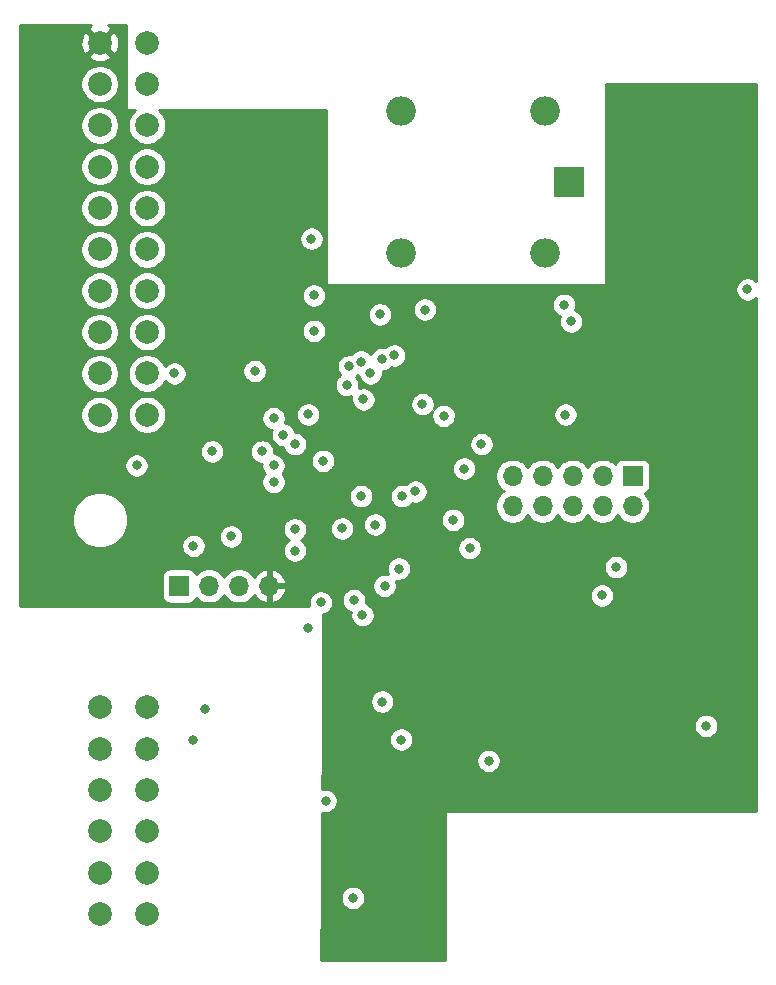
<source format=gbr>
G04 #@! TF.GenerationSoftware,KiCad,Pcbnew,(5.1.5)-3*
G04 #@! TF.CreationDate,2020-05-03T19:08:43+01:00*
G04 #@! TF.ProjectId,Isolator CAN SMT v2,49736f6c-6174-46f7-9220-43414e20534d,rev?*
G04 #@! TF.SameCoordinates,Original*
G04 #@! TF.FileFunction,Copper,L2,Inr*
G04 #@! TF.FilePolarity,Positive*
%FSLAX46Y46*%
G04 Gerber Fmt 4.6, Leading zero omitted, Abs format (unit mm)*
G04 Created by KiCad (PCBNEW (5.1.5)-3) date 2020-05-03 19:08:43*
%MOMM*%
%LPD*%
G04 APERTURE LIST*
%ADD10C,2.000000*%
%ADD11O,2.500000X2.500000*%
%ADD12R,2.500000X2.500000*%
%ADD13O,1.700000X1.700000*%
%ADD14R,1.700000X1.700000*%
%ADD15C,0.800000*%
%ADD16C,0.254000*%
G04 APERTURE END LIST*
D10*
X112080000Y-70110000D03*
X112080000Y-59610000D03*
X112080000Y-73610000D03*
X112080000Y-87610000D03*
X112080000Y-63110000D03*
X112080000Y-77110000D03*
X112080000Y-84110000D03*
X112080000Y-91110000D03*
X112080000Y-80610000D03*
X112080000Y-66610000D03*
X108080000Y-63110000D03*
X108080000Y-66610000D03*
X108080000Y-70110000D03*
X108080000Y-73610000D03*
X108080000Y-77110000D03*
X108080000Y-80610000D03*
X108080000Y-84110000D03*
X108080000Y-87610000D03*
X108080000Y-59610000D03*
X108080000Y-91110000D03*
X108080000Y-133380000D03*
X108080000Y-129880000D03*
X108080000Y-126380000D03*
X108080000Y-122880000D03*
X108080000Y-119380000D03*
X108080000Y-115880000D03*
X112080000Y-133380000D03*
X112080000Y-129880000D03*
X112080000Y-126380000D03*
X112080000Y-122880000D03*
X112080000Y-119380000D03*
X112080000Y-115880000D03*
D11*
X145800000Y-77400000D03*
X133600000Y-77400000D03*
X133600000Y-65400000D03*
X145800000Y-65400000D03*
D12*
X147800000Y-71400000D03*
D13*
X122420000Y-105600000D03*
X119880000Y-105600000D03*
X117340000Y-105600000D03*
D14*
X114800000Y-105600000D03*
X153200000Y-96300000D03*
D13*
X153200000Y-98840000D03*
X150660000Y-96300000D03*
X150660000Y-98840000D03*
X148120000Y-96300000D03*
X148120000Y-98840000D03*
X145580000Y-96300000D03*
X145580000Y-98840000D03*
X143040000Y-96300000D03*
X143040000Y-98840000D03*
D15*
X162914500Y-80485500D03*
X154927000Y-79449000D03*
X156800000Y-90400000D03*
X156400000Y-103400000D03*
X163000000Y-113350000D03*
X161912500Y-122912500D03*
X135800000Y-94400000D03*
X145400000Y-92600000D03*
X145000000Y-84800000D03*
X129187500Y-82412500D03*
X123850000Y-81750000D03*
X139200002Y-82200000D03*
X128600000Y-105000000D03*
X112200000Y-105000000D03*
X127800000Y-98600000D03*
X122800000Y-98600000D03*
X136200500Y-100000500D03*
X121400000Y-88800000D03*
X123612500Y-77787500D03*
X120750000Y-66450000D03*
X120750000Y-71450000D03*
X129996000Y-93596000D03*
X121732530Y-92949989D03*
X126200000Y-81000000D03*
X130200008Y-86600000D03*
X138931500Y-95668500D03*
X126200000Y-84000000D03*
X135600002Y-82200000D03*
X124600000Y-102600000D03*
X119200000Y-101400000D03*
X127000000Y-95000000D03*
X122800000Y-96800000D03*
X138000000Y-100000000D03*
X147500000Y-91100000D03*
X121200000Y-87400000D03*
X126800000Y-107000000D03*
X127200000Y-123800000D03*
X131000000Y-87600000D03*
X126000000Y-76200000D03*
X129000000Y-88600000D03*
X128600000Y-100725010D03*
X137200000Y-91200000D03*
X139400000Y-102400000D03*
X125732738Y-91074990D03*
X125732738Y-109200000D03*
X130200000Y-98000000D03*
X130325001Y-108074999D03*
X124600000Y-93600000D03*
X121800000Y-94200002D03*
X131800000Y-82600000D03*
X151800000Y-104000000D03*
X133397990Y-104136441D03*
X129200000Y-87000000D03*
X129600000Y-106800000D03*
X150600000Y-106400000D03*
X130400000Y-89800000D03*
X131400000Y-100400000D03*
X117600000Y-94200000D03*
X133000000Y-86075000D03*
X132200000Y-105600000D03*
X116000000Y-102200000D03*
X132000000Y-86400000D03*
X132000000Y-115400000D03*
X159412500Y-117437500D03*
X140400000Y-93600000D03*
X141000000Y-120400000D03*
X135400000Y-90200000D03*
X148000000Y-83200000D03*
X133675000Y-98000000D03*
X133600000Y-118600000D03*
X134800000Y-97600000D03*
X129510000Y-132000000D03*
X114400000Y-87600000D03*
X123600000Y-92800000D03*
X124600000Y-100800000D03*
X122800000Y-91400000D03*
X122800000Y-95400000D03*
X111200000Y-95400000D03*
X147400000Y-81800000D03*
X116000000Y-118600000D03*
X117000000Y-116000000D03*
D16*
G36*
X107219956Y-58210186D02*
G01*
X107124192Y-58474587D01*
X108080000Y-59430395D01*
X109035808Y-58474587D01*
X108940044Y-58210186D01*
X108769046Y-58127000D01*
X110273000Y-58127000D01*
X110273000Y-65200000D01*
X110275440Y-65224776D01*
X110282667Y-65248601D01*
X110294403Y-65270557D01*
X110310197Y-65289803D01*
X110329443Y-65305597D01*
X110351399Y-65317333D01*
X110375224Y-65324560D01*
X110400000Y-65327000D01*
X111057223Y-65327000D01*
X111037748Y-65340013D01*
X110810013Y-65567748D01*
X110631082Y-65835537D01*
X110507832Y-66133088D01*
X110445000Y-66448967D01*
X110445000Y-66771033D01*
X110507832Y-67086912D01*
X110631082Y-67384463D01*
X110810013Y-67652252D01*
X111037748Y-67879987D01*
X111305537Y-68058918D01*
X111603088Y-68182168D01*
X111918967Y-68245000D01*
X112241033Y-68245000D01*
X112556912Y-68182168D01*
X112854463Y-68058918D01*
X113122252Y-67879987D01*
X113349987Y-67652252D01*
X113528918Y-67384463D01*
X113652168Y-67086912D01*
X113715000Y-66771033D01*
X113715000Y-66448967D01*
X113652168Y-66133088D01*
X113528918Y-65835537D01*
X113349987Y-65567748D01*
X113122252Y-65340013D01*
X113102777Y-65327000D01*
X127273000Y-65327000D01*
X127273000Y-80000000D01*
X127275440Y-80024776D01*
X127282667Y-80048601D01*
X127294403Y-80070557D01*
X127310197Y-80089803D01*
X127329443Y-80105597D01*
X127351399Y-80117333D01*
X127375224Y-80124560D01*
X127400000Y-80127000D01*
X150800000Y-80127000D01*
X150824776Y-80124560D01*
X150848601Y-80117333D01*
X150870557Y-80105597D01*
X150889803Y-80089803D01*
X150905597Y-80070557D01*
X150917333Y-80048601D01*
X150924560Y-80024776D01*
X150927000Y-80000000D01*
X150927000Y-63127000D01*
X163673000Y-63127000D01*
X163673000Y-79780289D01*
X163574274Y-79681563D01*
X163404756Y-79568295D01*
X163216398Y-79490274D01*
X163016439Y-79450500D01*
X162812561Y-79450500D01*
X162612602Y-79490274D01*
X162424244Y-79568295D01*
X162254726Y-79681563D01*
X162110563Y-79825726D01*
X161997295Y-79995244D01*
X161919274Y-80183602D01*
X161879500Y-80383561D01*
X161879500Y-80587439D01*
X161919274Y-80787398D01*
X161997295Y-80975756D01*
X162110563Y-81145274D01*
X162254726Y-81289437D01*
X162424244Y-81402705D01*
X162612602Y-81480726D01*
X162812561Y-81520500D01*
X163016439Y-81520500D01*
X163216398Y-81480726D01*
X163404756Y-81402705D01*
X163574274Y-81289437D01*
X163673000Y-81190711D01*
X163673000Y-124673000D01*
X137400000Y-124673000D01*
X137375224Y-124675440D01*
X137351399Y-124682667D01*
X137329443Y-124694403D01*
X137310197Y-124710197D01*
X137294403Y-124729443D01*
X137282667Y-124751399D01*
X137275440Y-124775224D01*
X137273000Y-124800000D01*
X137273000Y-137273000D01*
X126827849Y-137273000D01*
X126863681Y-131898061D01*
X128475000Y-131898061D01*
X128475000Y-132101939D01*
X128514774Y-132301898D01*
X128592795Y-132490256D01*
X128706063Y-132659774D01*
X128850226Y-132803937D01*
X129019744Y-132917205D01*
X129208102Y-132995226D01*
X129408061Y-133035000D01*
X129611939Y-133035000D01*
X129811898Y-132995226D01*
X130000256Y-132917205D01*
X130169774Y-132803937D01*
X130313937Y-132659774D01*
X130427205Y-132490256D01*
X130505226Y-132301898D01*
X130545000Y-132101939D01*
X130545000Y-131898061D01*
X130505226Y-131698102D01*
X130427205Y-131509744D01*
X130313937Y-131340226D01*
X130169774Y-131196063D01*
X130000256Y-131082795D01*
X129811898Y-131004774D01*
X129611939Y-130965000D01*
X129408061Y-130965000D01*
X129208102Y-131004774D01*
X129019744Y-131082795D01*
X128850226Y-131196063D01*
X128706063Y-131340226D01*
X128592795Y-131509744D01*
X128514774Y-131698102D01*
X128475000Y-131898061D01*
X126863681Y-131898061D01*
X126911017Y-124797795D01*
X127098061Y-124835000D01*
X127301939Y-124835000D01*
X127501898Y-124795226D01*
X127690256Y-124717205D01*
X127859774Y-124603937D01*
X128003937Y-124459774D01*
X128117205Y-124290256D01*
X128195226Y-124101898D01*
X128235000Y-123901939D01*
X128235000Y-123698061D01*
X128195226Y-123498102D01*
X128117205Y-123309744D01*
X128003937Y-123140226D01*
X127859774Y-122996063D01*
X127690256Y-122882795D01*
X127501898Y-122804774D01*
X127301939Y-122765000D01*
X127098061Y-122765000D01*
X126924339Y-122799555D01*
X126941015Y-120298061D01*
X139965000Y-120298061D01*
X139965000Y-120501939D01*
X140004774Y-120701898D01*
X140082795Y-120890256D01*
X140196063Y-121059774D01*
X140340226Y-121203937D01*
X140509744Y-121317205D01*
X140698102Y-121395226D01*
X140898061Y-121435000D01*
X141101939Y-121435000D01*
X141301898Y-121395226D01*
X141490256Y-121317205D01*
X141659774Y-121203937D01*
X141803937Y-121059774D01*
X141917205Y-120890256D01*
X141995226Y-120701898D01*
X142035000Y-120501939D01*
X142035000Y-120298061D01*
X141995226Y-120098102D01*
X141917205Y-119909744D01*
X141803937Y-119740226D01*
X141659774Y-119596063D01*
X141490256Y-119482795D01*
X141301898Y-119404774D01*
X141101939Y-119365000D01*
X140898061Y-119365000D01*
X140698102Y-119404774D01*
X140509744Y-119482795D01*
X140340226Y-119596063D01*
X140196063Y-119740226D01*
X140082795Y-119909744D01*
X140004774Y-120098102D01*
X139965000Y-120298061D01*
X126941015Y-120298061D01*
X126953015Y-118498061D01*
X132565000Y-118498061D01*
X132565000Y-118701939D01*
X132604774Y-118901898D01*
X132682795Y-119090256D01*
X132796063Y-119259774D01*
X132940226Y-119403937D01*
X133109744Y-119517205D01*
X133298102Y-119595226D01*
X133498061Y-119635000D01*
X133701939Y-119635000D01*
X133901898Y-119595226D01*
X134090256Y-119517205D01*
X134259774Y-119403937D01*
X134403937Y-119259774D01*
X134517205Y-119090256D01*
X134595226Y-118901898D01*
X134635000Y-118701939D01*
X134635000Y-118498061D01*
X134595226Y-118298102D01*
X134517205Y-118109744D01*
X134403937Y-117940226D01*
X134259774Y-117796063D01*
X134090256Y-117682795D01*
X133901898Y-117604774D01*
X133701939Y-117565000D01*
X133498061Y-117565000D01*
X133298102Y-117604774D01*
X133109744Y-117682795D01*
X132940226Y-117796063D01*
X132796063Y-117940226D01*
X132682795Y-118109744D01*
X132604774Y-118298102D01*
X132565000Y-118498061D01*
X126953015Y-118498061D01*
X126960765Y-117335561D01*
X158377500Y-117335561D01*
X158377500Y-117539439D01*
X158417274Y-117739398D01*
X158495295Y-117927756D01*
X158608563Y-118097274D01*
X158752726Y-118241437D01*
X158922244Y-118354705D01*
X159110602Y-118432726D01*
X159310561Y-118472500D01*
X159514439Y-118472500D01*
X159714398Y-118432726D01*
X159902756Y-118354705D01*
X160072274Y-118241437D01*
X160216437Y-118097274D01*
X160329705Y-117927756D01*
X160407726Y-117739398D01*
X160447500Y-117539439D01*
X160447500Y-117335561D01*
X160407726Y-117135602D01*
X160329705Y-116947244D01*
X160216437Y-116777726D01*
X160072274Y-116633563D01*
X159902756Y-116520295D01*
X159714398Y-116442274D01*
X159514439Y-116402500D01*
X159310561Y-116402500D01*
X159110602Y-116442274D01*
X158922244Y-116520295D01*
X158752726Y-116633563D01*
X158608563Y-116777726D01*
X158495295Y-116947244D01*
X158417274Y-117135602D01*
X158377500Y-117335561D01*
X126960765Y-117335561D01*
X126974349Y-115298061D01*
X130965000Y-115298061D01*
X130965000Y-115501939D01*
X131004774Y-115701898D01*
X131082795Y-115890256D01*
X131196063Y-116059774D01*
X131340226Y-116203937D01*
X131509744Y-116317205D01*
X131698102Y-116395226D01*
X131898061Y-116435000D01*
X132101939Y-116435000D01*
X132301898Y-116395226D01*
X132490256Y-116317205D01*
X132659774Y-116203937D01*
X132803937Y-116059774D01*
X132917205Y-115890256D01*
X132995226Y-115701898D01*
X133035000Y-115501939D01*
X133035000Y-115298061D01*
X132995226Y-115098102D01*
X132917205Y-114909744D01*
X132803937Y-114740226D01*
X132659774Y-114596063D01*
X132490256Y-114482795D01*
X132301898Y-114404774D01*
X132101939Y-114365000D01*
X131898061Y-114365000D01*
X131698102Y-114404774D01*
X131509744Y-114482795D01*
X131340226Y-114596063D01*
X131196063Y-114740226D01*
X131082795Y-114909744D01*
X131004774Y-115098102D01*
X130965000Y-115298061D01*
X126974349Y-115298061D01*
X127022930Y-108010934D01*
X127101898Y-107995226D01*
X127290256Y-107917205D01*
X127459774Y-107803937D01*
X127603937Y-107659774D01*
X127717205Y-107490256D01*
X127795226Y-107301898D01*
X127835000Y-107101939D01*
X127835000Y-106898061D01*
X127795226Y-106698102D01*
X127795210Y-106698061D01*
X128565000Y-106698061D01*
X128565000Y-106901939D01*
X128604774Y-107101898D01*
X128682795Y-107290256D01*
X128796063Y-107459774D01*
X128940226Y-107603937D01*
X129109744Y-107717205D01*
X129298102Y-107795226D01*
X129324336Y-107800444D01*
X129290001Y-107973060D01*
X129290001Y-108176938D01*
X129329775Y-108376897D01*
X129407796Y-108565255D01*
X129521064Y-108734773D01*
X129665227Y-108878936D01*
X129834745Y-108992204D01*
X130023103Y-109070225D01*
X130223062Y-109109999D01*
X130426940Y-109109999D01*
X130626899Y-109070225D01*
X130815257Y-108992204D01*
X130984775Y-108878936D01*
X131128938Y-108734773D01*
X131242206Y-108565255D01*
X131320227Y-108376897D01*
X131360001Y-108176938D01*
X131360001Y-107973060D01*
X131320227Y-107773101D01*
X131242206Y-107584743D01*
X131128938Y-107415225D01*
X130984775Y-107271062D01*
X130815257Y-107157794D01*
X130626899Y-107079773D01*
X130600665Y-107074555D01*
X130635000Y-106901939D01*
X130635000Y-106698061D01*
X130595226Y-106498102D01*
X130517205Y-106309744D01*
X130403937Y-106140226D01*
X130259774Y-105996063D01*
X130090256Y-105882795D01*
X129901898Y-105804774D01*
X129701939Y-105765000D01*
X129498061Y-105765000D01*
X129298102Y-105804774D01*
X129109744Y-105882795D01*
X128940226Y-105996063D01*
X128796063Y-106140226D01*
X128682795Y-106309744D01*
X128604774Y-106498102D01*
X128565000Y-106698061D01*
X127795210Y-106698061D01*
X127717205Y-106509744D01*
X127603937Y-106340226D01*
X127459774Y-106196063D01*
X127290256Y-106082795D01*
X127101898Y-106004774D01*
X126901939Y-105965000D01*
X126698061Y-105965000D01*
X126498102Y-106004774D01*
X126309744Y-106082795D01*
X126140226Y-106196063D01*
X125996063Y-106340226D01*
X125882795Y-106509744D01*
X125804774Y-106698102D01*
X125765000Y-106898061D01*
X125765000Y-107101939D01*
X125799026Y-107273000D01*
X101327000Y-107273000D01*
X101327000Y-104750000D01*
X113311928Y-104750000D01*
X113311928Y-106450000D01*
X113324188Y-106574482D01*
X113360498Y-106694180D01*
X113419463Y-106804494D01*
X113498815Y-106901185D01*
X113595506Y-106980537D01*
X113705820Y-107039502D01*
X113825518Y-107075812D01*
X113950000Y-107088072D01*
X115650000Y-107088072D01*
X115774482Y-107075812D01*
X115894180Y-107039502D01*
X116004494Y-106980537D01*
X116101185Y-106901185D01*
X116180537Y-106804494D01*
X116239502Y-106694180D01*
X116261513Y-106621620D01*
X116393368Y-106753475D01*
X116636589Y-106915990D01*
X116906842Y-107027932D01*
X117193740Y-107085000D01*
X117486260Y-107085000D01*
X117773158Y-107027932D01*
X118043411Y-106915990D01*
X118286632Y-106753475D01*
X118493475Y-106546632D01*
X118610000Y-106372240D01*
X118726525Y-106546632D01*
X118933368Y-106753475D01*
X119176589Y-106915990D01*
X119446842Y-107027932D01*
X119733740Y-107085000D01*
X120026260Y-107085000D01*
X120313158Y-107027932D01*
X120583411Y-106915990D01*
X120826632Y-106753475D01*
X121033475Y-106546632D01*
X121155195Y-106364466D01*
X121224822Y-106481355D01*
X121419731Y-106697588D01*
X121653080Y-106871641D01*
X121915901Y-106996825D01*
X122063110Y-107041476D01*
X122293000Y-106920155D01*
X122293000Y-105727000D01*
X122547000Y-105727000D01*
X122547000Y-106920155D01*
X122776890Y-107041476D01*
X122924099Y-106996825D01*
X123186920Y-106871641D01*
X123420269Y-106697588D01*
X123615178Y-106481355D01*
X123764157Y-106231252D01*
X123861481Y-105956891D01*
X123740814Y-105727000D01*
X122547000Y-105727000D01*
X122293000Y-105727000D01*
X122273000Y-105727000D01*
X122273000Y-105498061D01*
X131165000Y-105498061D01*
X131165000Y-105701939D01*
X131204774Y-105901898D01*
X131282795Y-106090256D01*
X131396063Y-106259774D01*
X131540226Y-106403937D01*
X131709744Y-106517205D01*
X131898102Y-106595226D01*
X132098061Y-106635000D01*
X132301939Y-106635000D01*
X132501898Y-106595226D01*
X132690256Y-106517205D01*
X132859774Y-106403937D01*
X132965650Y-106298061D01*
X149565000Y-106298061D01*
X149565000Y-106501939D01*
X149604774Y-106701898D01*
X149682795Y-106890256D01*
X149796063Y-107059774D01*
X149940226Y-107203937D01*
X150109744Y-107317205D01*
X150298102Y-107395226D01*
X150498061Y-107435000D01*
X150701939Y-107435000D01*
X150901898Y-107395226D01*
X151090256Y-107317205D01*
X151259774Y-107203937D01*
X151403937Y-107059774D01*
X151517205Y-106890256D01*
X151595226Y-106701898D01*
X151635000Y-106501939D01*
X151635000Y-106298061D01*
X151595226Y-106098102D01*
X151517205Y-105909744D01*
X151403937Y-105740226D01*
X151259774Y-105596063D01*
X151090256Y-105482795D01*
X150901898Y-105404774D01*
X150701939Y-105365000D01*
X150498061Y-105365000D01*
X150298102Y-105404774D01*
X150109744Y-105482795D01*
X149940226Y-105596063D01*
X149796063Y-105740226D01*
X149682795Y-105909744D01*
X149604774Y-106098102D01*
X149565000Y-106298061D01*
X132965650Y-106298061D01*
X133003937Y-106259774D01*
X133117205Y-106090256D01*
X133195226Y-105901898D01*
X133235000Y-105701939D01*
X133235000Y-105498061D01*
X133195226Y-105298102D01*
X133128997Y-105138212D01*
X133296051Y-105171441D01*
X133499929Y-105171441D01*
X133699888Y-105131667D01*
X133888246Y-105053646D01*
X134057764Y-104940378D01*
X134201927Y-104796215D01*
X134315195Y-104626697D01*
X134393216Y-104438339D01*
X134432990Y-104238380D01*
X134432990Y-104034502D01*
X134405851Y-103898061D01*
X150765000Y-103898061D01*
X150765000Y-104101939D01*
X150804774Y-104301898D01*
X150882795Y-104490256D01*
X150996063Y-104659774D01*
X151140226Y-104803937D01*
X151309744Y-104917205D01*
X151498102Y-104995226D01*
X151698061Y-105035000D01*
X151901939Y-105035000D01*
X152101898Y-104995226D01*
X152290256Y-104917205D01*
X152459774Y-104803937D01*
X152603937Y-104659774D01*
X152717205Y-104490256D01*
X152795226Y-104301898D01*
X152835000Y-104101939D01*
X152835000Y-103898061D01*
X152795226Y-103698102D01*
X152717205Y-103509744D01*
X152603937Y-103340226D01*
X152459774Y-103196063D01*
X152290256Y-103082795D01*
X152101898Y-103004774D01*
X151901939Y-102965000D01*
X151698061Y-102965000D01*
X151498102Y-103004774D01*
X151309744Y-103082795D01*
X151140226Y-103196063D01*
X150996063Y-103340226D01*
X150882795Y-103509744D01*
X150804774Y-103698102D01*
X150765000Y-103898061D01*
X134405851Y-103898061D01*
X134393216Y-103834543D01*
X134315195Y-103646185D01*
X134201927Y-103476667D01*
X134057764Y-103332504D01*
X133888246Y-103219236D01*
X133699888Y-103141215D01*
X133499929Y-103101441D01*
X133296051Y-103101441D01*
X133096092Y-103141215D01*
X132907734Y-103219236D01*
X132738216Y-103332504D01*
X132594053Y-103476667D01*
X132480785Y-103646185D01*
X132402764Y-103834543D01*
X132362990Y-104034502D01*
X132362990Y-104238380D01*
X132402764Y-104438339D01*
X132468993Y-104598229D01*
X132301939Y-104565000D01*
X132098061Y-104565000D01*
X131898102Y-104604774D01*
X131709744Y-104682795D01*
X131540226Y-104796063D01*
X131396063Y-104940226D01*
X131282795Y-105109744D01*
X131204774Y-105298102D01*
X131165000Y-105498061D01*
X122273000Y-105498061D01*
X122273000Y-105473000D01*
X122293000Y-105473000D01*
X122293000Y-104279845D01*
X122547000Y-104279845D01*
X122547000Y-105473000D01*
X123740814Y-105473000D01*
X123861481Y-105243109D01*
X123764157Y-104968748D01*
X123615178Y-104718645D01*
X123420269Y-104502412D01*
X123186920Y-104328359D01*
X122924099Y-104203175D01*
X122776890Y-104158524D01*
X122547000Y-104279845D01*
X122293000Y-104279845D01*
X122063110Y-104158524D01*
X121915901Y-104203175D01*
X121653080Y-104328359D01*
X121419731Y-104502412D01*
X121224822Y-104718645D01*
X121155195Y-104835534D01*
X121033475Y-104653368D01*
X120826632Y-104446525D01*
X120583411Y-104284010D01*
X120313158Y-104172068D01*
X120026260Y-104115000D01*
X119733740Y-104115000D01*
X119446842Y-104172068D01*
X119176589Y-104284010D01*
X118933368Y-104446525D01*
X118726525Y-104653368D01*
X118610000Y-104827760D01*
X118493475Y-104653368D01*
X118286632Y-104446525D01*
X118043411Y-104284010D01*
X117773158Y-104172068D01*
X117486260Y-104115000D01*
X117193740Y-104115000D01*
X116906842Y-104172068D01*
X116636589Y-104284010D01*
X116393368Y-104446525D01*
X116261513Y-104578380D01*
X116239502Y-104505820D01*
X116180537Y-104395506D01*
X116101185Y-104298815D01*
X116004494Y-104219463D01*
X115894180Y-104160498D01*
X115774482Y-104124188D01*
X115650000Y-104111928D01*
X113950000Y-104111928D01*
X113825518Y-104124188D01*
X113705820Y-104160498D01*
X113595506Y-104219463D01*
X113498815Y-104298815D01*
X113419463Y-104395506D01*
X113360498Y-104505820D01*
X113324188Y-104625518D01*
X113311928Y-104750000D01*
X101327000Y-104750000D01*
X101327000Y-99765098D01*
X105695000Y-99765098D01*
X105695000Y-100234902D01*
X105786654Y-100695679D01*
X105966440Y-101129721D01*
X106227450Y-101520349D01*
X106559651Y-101852550D01*
X106950279Y-102113560D01*
X107384321Y-102293346D01*
X107845098Y-102385000D01*
X108314902Y-102385000D01*
X108775679Y-102293346D01*
X109209721Y-102113560D01*
X109232916Y-102098061D01*
X114965000Y-102098061D01*
X114965000Y-102301939D01*
X115004774Y-102501898D01*
X115082795Y-102690256D01*
X115196063Y-102859774D01*
X115340226Y-103003937D01*
X115509744Y-103117205D01*
X115698102Y-103195226D01*
X115898061Y-103235000D01*
X116101939Y-103235000D01*
X116301898Y-103195226D01*
X116490256Y-103117205D01*
X116659774Y-103003937D01*
X116803937Y-102859774D01*
X116917205Y-102690256D01*
X116995226Y-102501898D01*
X117035000Y-102301939D01*
X117035000Y-102098061D01*
X116995226Y-101898102D01*
X116917205Y-101709744D01*
X116803937Y-101540226D01*
X116659774Y-101396063D01*
X116513104Y-101298061D01*
X118165000Y-101298061D01*
X118165000Y-101501939D01*
X118204774Y-101701898D01*
X118282795Y-101890256D01*
X118396063Y-102059774D01*
X118540226Y-102203937D01*
X118709744Y-102317205D01*
X118898102Y-102395226D01*
X119098061Y-102435000D01*
X119301939Y-102435000D01*
X119501898Y-102395226D01*
X119690256Y-102317205D01*
X119859774Y-102203937D01*
X120003937Y-102059774D01*
X120117205Y-101890256D01*
X120195226Y-101701898D01*
X120235000Y-101501939D01*
X120235000Y-101298061D01*
X120195226Y-101098102D01*
X120117205Y-100909744D01*
X120003937Y-100740226D01*
X119961772Y-100698061D01*
X123565000Y-100698061D01*
X123565000Y-100901939D01*
X123604774Y-101101898D01*
X123682795Y-101290256D01*
X123796063Y-101459774D01*
X123940226Y-101603937D01*
X124083995Y-101700000D01*
X123940226Y-101796063D01*
X123796063Y-101940226D01*
X123682795Y-102109744D01*
X123604774Y-102298102D01*
X123565000Y-102498061D01*
X123565000Y-102701939D01*
X123604774Y-102901898D01*
X123682795Y-103090256D01*
X123796063Y-103259774D01*
X123940226Y-103403937D01*
X124109744Y-103517205D01*
X124298102Y-103595226D01*
X124498061Y-103635000D01*
X124701939Y-103635000D01*
X124901898Y-103595226D01*
X125090256Y-103517205D01*
X125259774Y-103403937D01*
X125403937Y-103259774D01*
X125517205Y-103090256D01*
X125595226Y-102901898D01*
X125635000Y-102701939D01*
X125635000Y-102498061D01*
X125595226Y-102298102D01*
X125595210Y-102298061D01*
X138365000Y-102298061D01*
X138365000Y-102501939D01*
X138404774Y-102701898D01*
X138482795Y-102890256D01*
X138596063Y-103059774D01*
X138740226Y-103203937D01*
X138909744Y-103317205D01*
X139098102Y-103395226D01*
X139298061Y-103435000D01*
X139501939Y-103435000D01*
X139701898Y-103395226D01*
X139890256Y-103317205D01*
X140059774Y-103203937D01*
X140203937Y-103059774D01*
X140317205Y-102890256D01*
X140395226Y-102701898D01*
X140435000Y-102501939D01*
X140435000Y-102298061D01*
X140395226Y-102098102D01*
X140317205Y-101909744D01*
X140203937Y-101740226D01*
X140059774Y-101596063D01*
X139890256Y-101482795D01*
X139701898Y-101404774D01*
X139501939Y-101365000D01*
X139298061Y-101365000D01*
X139098102Y-101404774D01*
X138909744Y-101482795D01*
X138740226Y-101596063D01*
X138596063Y-101740226D01*
X138482795Y-101909744D01*
X138404774Y-102098102D01*
X138365000Y-102298061D01*
X125595210Y-102298061D01*
X125517205Y-102109744D01*
X125403937Y-101940226D01*
X125259774Y-101796063D01*
X125116005Y-101700000D01*
X125259774Y-101603937D01*
X125403937Y-101459774D01*
X125517205Y-101290256D01*
X125595226Y-101101898D01*
X125635000Y-100901939D01*
X125635000Y-100698061D01*
X125620084Y-100623071D01*
X127565000Y-100623071D01*
X127565000Y-100826949D01*
X127604774Y-101026908D01*
X127682795Y-101215266D01*
X127796063Y-101384784D01*
X127940226Y-101528947D01*
X128109744Y-101642215D01*
X128298102Y-101720236D01*
X128498061Y-101760010D01*
X128701939Y-101760010D01*
X128901898Y-101720236D01*
X129090256Y-101642215D01*
X129259774Y-101528947D01*
X129403937Y-101384784D01*
X129517205Y-101215266D01*
X129595226Y-101026908D01*
X129635000Y-100826949D01*
X129635000Y-100623071D01*
X129595226Y-100423112D01*
X129543428Y-100298061D01*
X130365000Y-100298061D01*
X130365000Y-100501939D01*
X130404774Y-100701898D01*
X130482795Y-100890256D01*
X130596063Y-101059774D01*
X130740226Y-101203937D01*
X130909744Y-101317205D01*
X131098102Y-101395226D01*
X131298061Y-101435000D01*
X131501939Y-101435000D01*
X131701898Y-101395226D01*
X131890256Y-101317205D01*
X132059774Y-101203937D01*
X132203937Y-101059774D01*
X132317205Y-100890256D01*
X132395226Y-100701898D01*
X132435000Y-100501939D01*
X132435000Y-100298061D01*
X132395226Y-100098102D01*
X132317205Y-99909744D01*
X132309399Y-99898061D01*
X136965000Y-99898061D01*
X136965000Y-100101939D01*
X137004774Y-100301898D01*
X137082795Y-100490256D01*
X137196063Y-100659774D01*
X137340226Y-100803937D01*
X137509744Y-100917205D01*
X137698102Y-100995226D01*
X137898061Y-101035000D01*
X138101939Y-101035000D01*
X138301898Y-100995226D01*
X138490256Y-100917205D01*
X138659774Y-100803937D01*
X138803937Y-100659774D01*
X138917205Y-100490256D01*
X138995226Y-100301898D01*
X139035000Y-100101939D01*
X139035000Y-99898061D01*
X138995226Y-99698102D01*
X138917205Y-99509744D01*
X138803937Y-99340226D01*
X138659774Y-99196063D01*
X138490256Y-99082795D01*
X138301898Y-99004774D01*
X138101939Y-98965000D01*
X137898061Y-98965000D01*
X137698102Y-99004774D01*
X137509744Y-99082795D01*
X137340226Y-99196063D01*
X137196063Y-99340226D01*
X137082795Y-99509744D01*
X137004774Y-99698102D01*
X136965000Y-99898061D01*
X132309399Y-99898061D01*
X132203937Y-99740226D01*
X132059774Y-99596063D01*
X131890256Y-99482795D01*
X131701898Y-99404774D01*
X131501939Y-99365000D01*
X131298061Y-99365000D01*
X131098102Y-99404774D01*
X130909744Y-99482795D01*
X130740226Y-99596063D01*
X130596063Y-99740226D01*
X130482795Y-99909744D01*
X130404774Y-100098102D01*
X130365000Y-100298061D01*
X129543428Y-100298061D01*
X129517205Y-100234754D01*
X129403937Y-100065236D01*
X129259774Y-99921073D01*
X129090256Y-99807805D01*
X128901898Y-99729784D01*
X128701939Y-99690010D01*
X128498061Y-99690010D01*
X128298102Y-99729784D01*
X128109744Y-99807805D01*
X127940226Y-99921073D01*
X127796063Y-100065236D01*
X127682795Y-100234754D01*
X127604774Y-100423112D01*
X127565000Y-100623071D01*
X125620084Y-100623071D01*
X125595226Y-100498102D01*
X125517205Y-100309744D01*
X125403937Y-100140226D01*
X125259774Y-99996063D01*
X125090256Y-99882795D01*
X124901898Y-99804774D01*
X124701939Y-99765000D01*
X124498061Y-99765000D01*
X124298102Y-99804774D01*
X124109744Y-99882795D01*
X123940226Y-99996063D01*
X123796063Y-100140226D01*
X123682795Y-100309744D01*
X123604774Y-100498102D01*
X123565000Y-100698061D01*
X119961772Y-100698061D01*
X119859774Y-100596063D01*
X119690256Y-100482795D01*
X119501898Y-100404774D01*
X119301939Y-100365000D01*
X119098061Y-100365000D01*
X118898102Y-100404774D01*
X118709744Y-100482795D01*
X118540226Y-100596063D01*
X118396063Y-100740226D01*
X118282795Y-100909744D01*
X118204774Y-101098102D01*
X118165000Y-101298061D01*
X116513104Y-101298061D01*
X116490256Y-101282795D01*
X116301898Y-101204774D01*
X116101939Y-101165000D01*
X115898061Y-101165000D01*
X115698102Y-101204774D01*
X115509744Y-101282795D01*
X115340226Y-101396063D01*
X115196063Y-101540226D01*
X115082795Y-101709744D01*
X115004774Y-101898102D01*
X114965000Y-102098061D01*
X109232916Y-102098061D01*
X109600349Y-101852550D01*
X109932550Y-101520349D01*
X110193560Y-101129721D01*
X110373346Y-100695679D01*
X110465000Y-100234902D01*
X110465000Y-99765098D01*
X110373346Y-99304321D01*
X110193560Y-98870279D01*
X109932550Y-98479651D01*
X109600349Y-98147450D01*
X109227114Y-97898061D01*
X129165000Y-97898061D01*
X129165000Y-98101939D01*
X129204774Y-98301898D01*
X129282795Y-98490256D01*
X129396063Y-98659774D01*
X129540226Y-98803937D01*
X129709744Y-98917205D01*
X129898102Y-98995226D01*
X130098061Y-99035000D01*
X130301939Y-99035000D01*
X130501898Y-98995226D01*
X130690256Y-98917205D01*
X130859774Y-98803937D01*
X131003937Y-98659774D01*
X131117205Y-98490256D01*
X131195226Y-98301898D01*
X131235000Y-98101939D01*
X131235000Y-97898061D01*
X132640000Y-97898061D01*
X132640000Y-98101939D01*
X132679774Y-98301898D01*
X132757795Y-98490256D01*
X132871063Y-98659774D01*
X133015226Y-98803937D01*
X133184744Y-98917205D01*
X133373102Y-98995226D01*
X133573061Y-99035000D01*
X133776939Y-99035000D01*
X133976898Y-98995226D01*
X134165256Y-98917205D01*
X134334774Y-98803937D01*
X134478937Y-98659774D01*
X134519255Y-98599434D01*
X134698061Y-98635000D01*
X134901939Y-98635000D01*
X135101898Y-98595226D01*
X135290256Y-98517205D01*
X135459774Y-98403937D01*
X135603937Y-98259774D01*
X135717205Y-98090256D01*
X135795226Y-97901898D01*
X135835000Y-97701939D01*
X135835000Y-97498061D01*
X135795226Y-97298102D01*
X135717205Y-97109744D01*
X135603937Y-96940226D01*
X135459774Y-96796063D01*
X135290256Y-96682795D01*
X135101898Y-96604774D01*
X134901939Y-96565000D01*
X134698061Y-96565000D01*
X134498102Y-96604774D01*
X134309744Y-96682795D01*
X134140226Y-96796063D01*
X133996063Y-96940226D01*
X133955745Y-97000566D01*
X133776939Y-96965000D01*
X133573061Y-96965000D01*
X133373102Y-97004774D01*
X133184744Y-97082795D01*
X133015226Y-97196063D01*
X132871063Y-97340226D01*
X132757795Y-97509744D01*
X132679774Y-97698102D01*
X132640000Y-97898061D01*
X131235000Y-97898061D01*
X131195226Y-97698102D01*
X131117205Y-97509744D01*
X131003937Y-97340226D01*
X130859774Y-97196063D01*
X130690256Y-97082795D01*
X130501898Y-97004774D01*
X130301939Y-96965000D01*
X130098061Y-96965000D01*
X129898102Y-97004774D01*
X129709744Y-97082795D01*
X129540226Y-97196063D01*
X129396063Y-97340226D01*
X129282795Y-97509744D01*
X129204774Y-97698102D01*
X129165000Y-97898061D01*
X109227114Y-97898061D01*
X109209721Y-97886440D01*
X108775679Y-97706654D01*
X108314902Y-97615000D01*
X107845098Y-97615000D01*
X107384321Y-97706654D01*
X106950279Y-97886440D01*
X106559651Y-98147450D01*
X106227450Y-98479651D01*
X105966440Y-98870279D01*
X105786654Y-99304321D01*
X105695000Y-99765098D01*
X101327000Y-99765098D01*
X101327000Y-95298061D01*
X110165000Y-95298061D01*
X110165000Y-95501939D01*
X110204774Y-95701898D01*
X110282795Y-95890256D01*
X110396063Y-96059774D01*
X110540226Y-96203937D01*
X110709744Y-96317205D01*
X110898102Y-96395226D01*
X111098061Y-96435000D01*
X111301939Y-96435000D01*
X111501898Y-96395226D01*
X111690256Y-96317205D01*
X111859774Y-96203937D01*
X112003937Y-96059774D01*
X112117205Y-95890256D01*
X112195226Y-95701898D01*
X112235000Y-95501939D01*
X112235000Y-95298061D01*
X112195226Y-95098102D01*
X112117205Y-94909744D01*
X112003937Y-94740226D01*
X111859774Y-94596063D01*
X111690256Y-94482795D01*
X111501898Y-94404774D01*
X111301939Y-94365000D01*
X111098061Y-94365000D01*
X110898102Y-94404774D01*
X110709744Y-94482795D01*
X110540226Y-94596063D01*
X110396063Y-94740226D01*
X110282795Y-94909744D01*
X110204774Y-95098102D01*
X110165000Y-95298061D01*
X101327000Y-95298061D01*
X101327000Y-94098061D01*
X116565000Y-94098061D01*
X116565000Y-94301939D01*
X116604774Y-94501898D01*
X116682795Y-94690256D01*
X116796063Y-94859774D01*
X116940226Y-95003937D01*
X117109744Y-95117205D01*
X117298102Y-95195226D01*
X117498061Y-95235000D01*
X117701939Y-95235000D01*
X117901898Y-95195226D01*
X118090256Y-95117205D01*
X118259774Y-95003937D01*
X118403937Y-94859774D01*
X118517205Y-94690256D01*
X118595226Y-94501898D01*
X118635000Y-94301939D01*
X118635000Y-94098063D01*
X120765000Y-94098063D01*
X120765000Y-94301941D01*
X120804774Y-94501900D01*
X120882795Y-94690258D01*
X120996063Y-94859776D01*
X121140226Y-95003939D01*
X121309744Y-95117207D01*
X121498102Y-95195228D01*
X121698061Y-95235002D01*
X121777543Y-95235002D01*
X121765000Y-95298061D01*
X121765000Y-95501939D01*
X121804774Y-95701898D01*
X121882795Y-95890256D01*
X121996063Y-96059774D01*
X122036289Y-96100000D01*
X121996063Y-96140226D01*
X121882795Y-96309744D01*
X121804774Y-96498102D01*
X121765000Y-96698061D01*
X121765000Y-96901939D01*
X121804774Y-97101898D01*
X121882795Y-97290256D01*
X121996063Y-97459774D01*
X122140226Y-97603937D01*
X122309744Y-97717205D01*
X122498102Y-97795226D01*
X122698061Y-97835000D01*
X122901939Y-97835000D01*
X123101898Y-97795226D01*
X123290256Y-97717205D01*
X123459774Y-97603937D01*
X123603937Y-97459774D01*
X123717205Y-97290256D01*
X123795226Y-97101898D01*
X123835000Y-96901939D01*
X123835000Y-96698061D01*
X123795226Y-96498102D01*
X123717205Y-96309744D01*
X123603937Y-96140226D01*
X123563711Y-96100000D01*
X123603937Y-96059774D01*
X123717205Y-95890256D01*
X123795226Y-95701898D01*
X123835000Y-95501939D01*
X123835000Y-95298061D01*
X123795226Y-95098102D01*
X123717205Y-94909744D01*
X123709399Y-94898061D01*
X125965000Y-94898061D01*
X125965000Y-95101939D01*
X126004774Y-95301898D01*
X126082795Y-95490256D01*
X126196063Y-95659774D01*
X126340226Y-95803937D01*
X126509744Y-95917205D01*
X126698102Y-95995226D01*
X126898061Y-96035000D01*
X127101939Y-96035000D01*
X127301898Y-95995226D01*
X127490256Y-95917205D01*
X127659774Y-95803937D01*
X127803937Y-95659774D01*
X127866219Y-95566561D01*
X137896500Y-95566561D01*
X137896500Y-95770439D01*
X137936274Y-95970398D01*
X138014295Y-96158756D01*
X138127563Y-96328274D01*
X138271726Y-96472437D01*
X138441244Y-96585705D01*
X138629602Y-96663726D01*
X138829561Y-96703500D01*
X139033439Y-96703500D01*
X139233398Y-96663726D01*
X139421756Y-96585705D01*
X139591274Y-96472437D01*
X139735437Y-96328274D01*
X139848705Y-96158756D01*
X139850782Y-96153740D01*
X141555000Y-96153740D01*
X141555000Y-96446260D01*
X141612068Y-96733158D01*
X141724010Y-97003411D01*
X141886525Y-97246632D01*
X142093368Y-97453475D01*
X142267760Y-97570000D01*
X142093368Y-97686525D01*
X141886525Y-97893368D01*
X141724010Y-98136589D01*
X141612068Y-98406842D01*
X141555000Y-98693740D01*
X141555000Y-98986260D01*
X141612068Y-99273158D01*
X141724010Y-99543411D01*
X141886525Y-99786632D01*
X142093368Y-99993475D01*
X142336589Y-100155990D01*
X142606842Y-100267932D01*
X142893740Y-100325000D01*
X143186260Y-100325000D01*
X143473158Y-100267932D01*
X143743411Y-100155990D01*
X143986632Y-99993475D01*
X144193475Y-99786632D01*
X144310000Y-99612240D01*
X144426525Y-99786632D01*
X144633368Y-99993475D01*
X144876589Y-100155990D01*
X145146842Y-100267932D01*
X145433740Y-100325000D01*
X145726260Y-100325000D01*
X146013158Y-100267932D01*
X146283411Y-100155990D01*
X146526632Y-99993475D01*
X146733475Y-99786632D01*
X146850000Y-99612240D01*
X146966525Y-99786632D01*
X147173368Y-99993475D01*
X147416589Y-100155990D01*
X147686842Y-100267932D01*
X147973740Y-100325000D01*
X148266260Y-100325000D01*
X148553158Y-100267932D01*
X148823411Y-100155990D01*
X149066632Y-99993475D01*
X149273475Y-99786632D01*
X149390000Y-99612240D01*
X149506525Y-99786632D01*
X149713368Y-99993475D01*
X149956589Y-100155990D01*
X150226842Y-100267932D01*
X150513740Y-100325000D01*
X150806260Y-100325000D01*
X151093158Y-100267932D01*
X151363411Y-100155990D01*
X151606632Y-99993475D01*
X151813475Y-99786632D01*
X151930000Y-99612240D01*
X152046525Y-99786632D01*
X152253368Y-99993475D01*
X152496589Y-100155990D01*
X152766842Y-100267932D01*
X153053740Y-100325000D01*
X153346260Y-100325000D01*
X153633158Y-100267932D01*
X153903411Y-100155990D01*
X154146632Y-99993475D01*
X154353475Y-99786632D01*
X154515990Y-99543411D01*
X154627932Y-99273158D01*
X154685000Y-98986260D01*
X154685000Y-98693740D01*
X154627932Y-98406842D01*
X154515990Y-98136589D01*
X154353475Y-97893368D01*
X154221620Y-97761513D01*
X154294180Y-97739502D01*
X154404494Y-97680537D01*
X154501185Y-97601185D01*
X154580537Y-97504494D01*
X154639502Y-97394180D01*
X154675812Y-97274482D01*
X154688072Y-97150000D01*
X154688072Y-95450000D01*
X154675812Y-95325518D01*
X154639502Y-95205820D01*
X154580537Y-95095506D01*
X154501185Y-94998815D01*
X154404494Y-94919463D01*
X154294180Y-94860498D01*
X154174482Y-94824188D01*
X154050000Y-94811928D01*
X152350000Y-94811928D01*
X152225518Y-94824188D01*
X152105820Y-94860498D01*
X151995506Y-94919463D01*
X151898815Y-94998815D01*
X151819463Y-95095506D01*
X151760498Y-95205820D01*
X151738487Y-95278380D01*
X151606632Y-95146525D01*
X151363411Y-94984010D01*
X151093158Y-94872068D01*
X150806260Y-94815000D01*
X150513740Y-94815000D01*
X150226842Y-94872068D01*
X149956589Y-94984010D01*
X149713368Y-95146525D01*
X149506525Y-95353368D01*
X149390000Y-95527760D01*
X149273475Y-95353368D01*
X149066632Y-95146525D01*
X148823411Y-94984010D01*
X148553158Y-94872068D01*
X148266260Y-94815000D01*
X147973740Y-94815000D01*
X147686842Y-94872068D01*
X147416589Y-94984010D01*
X147173368Y-95146525D01*
X146966525Y-95353368D01*
X146850000Y-95527760D01*
X146733475Y-95353368D01*
X146526632Y-95146525D01*
X146283411Y-94984010D01*
X146013158Y-94872068D01*
X145726260Y-94815000D01*
X145433740Y-94815000D01*
X145146842Y-94872068D01*
X144876589Y-94984010D01*
X144633368Y-95146525D01*
X144426525Y-95353368D01*
X144310000Y-95527760D01*
X144193475Y-95353368D01*
X143986632Y-95146525D01*
X143743411Y-94984010D01*
X143473158Y-94872068D01*
X143186260Y-94815000D01*
X142893740Y-94815000D01*
X142606842Y-94872068D01*
X142336589Y-94984010D01*
X142093368Y-95146525D01*
X141886525Y-95353368D01*
X141724010Y-95596589D01*
X141612068Y-95866842D01*
X141555000Y-96153740D01*
X139850782Y-96153740D01*
X139926726Y-95970398D01*
X139966500Y-95770439D01*
X139966500Y-95566561D01*
X139926726Y-95366602D01*
X139848705Y-95178244D01*
X139735437Y-95008726D01*
X139591274Y-94864563D01*
X139421756Y-94751295D01*
X139233398Y-94673274D01*
X139033439Y-94633500D01*
X138829561Y-94633500D01*
X138629602Y-94673274D01*
X138441244Y-94751295D01*
X138271726Y-94864563D01*
X138127563Y-95008726D01*
X138014295Y-95178244D01*
X137936274Y-95366602D01*
X137896500Y-95566561D01*
X127866219Y-95566561D01*
X127917205Y-95490256D01*
X127995226Y-95301898D01*
X128035000Y-95101939D01*
X128035000Y-94898061D01*
X127995226Y-94698102D01*
X127917205Y-94509744D01*
X127803937Y-94340226D01*
X127659774Y-94196063D01*
X127490256Y-94082795D01*
X127301898Y-94004774D01*
X127101939Y-93965000D01*
X126898061Y-93965000D01*
X126698102Y-94004774D01*
X126509744Y-94082795D01*
X126340226Y-94196063D01*
X126196063Y-94340226D01*
X126082795Y-94509744D01*
X126004774Y-94698102D01*
X125965000Y-94898061D01*
X123709399Y-94898061D01*
X123603937Y-94740226D01*
X123459774Y-94596063D01*
X123290256Y-94482795D01*
X123101898Y-94404774D01*
X122901939Y-94365000D01*
X122822457Y-94365000D01*
X122835000Y-94301941D01*
X122835000Y-94098063D01*
X122795226Y-93898104D01*
X122717205Y-93709746D01*
X122603937Y-93540228D01*
X122459774Y-93396065D01*
X122290256Y-93282797D01*
X122101898Y-93204776D01*
X121901939Y-93165002D01*
X121698061Y-93165002D01*
X121498102Y-93204776D01*
X121309744Y-93282797D01*
X121140226Y-93396065D01*
X120996063Y-93540228D01*
X120882795Y-93709746D01*
X120804774Y-93898104D01*
X120765000Y-94098063D01*
X118635000Y-94098063D01*
X118635000Y-94098061D01*
X118595226Y-93898102D01*
X118517205Y-93709744D01*
X118403937Y-93540226D01*
X118259774Y-93396063D01*
X118090256Y-93282795D01*
X117901898Y-93204774D01*
X117701939Y-93165000D01*
X117498061Y-93165000D01*
X117298102Y-93204774D01*
X117109744Y-93282795D01*
X116940226Y-93396063D01*
X116796063Y-93540226D01*
X116682795Y-93709744D01*
X116604774Y-93898102D01*
X116565000Y-94098061D01*
X101327000Y-94098061D01*
X101327000Y-90948967D01*
X106445000Y-90948967D01*
X106445000Y-91271033D01*
X106507832Y-91586912D01*
X106631082Y-91884463D01*
X106810013Y-92152252D01*
X107037748Y-92379987D01*
X107305537Y-92558918D01*
X107603088Y-92682168D01*
X107918967Y-92745000D01*
X108241033Y-92745000D01*
X108556912Y-92682168D01*
X108854463Y-92558918D01*
X109122252Y-92379987D01*
X109349987Y-92152252D01*
X109528918Y-91884463D01*
X109652168Y-91586912D01*
X109715000Y-91271033D01*
X109715000Y-90948967D01*
X110445000Y-90948967D01*
X110445000Y-91271033D01*
X110507832Y-91586912D01*
X110631082Y-91884463D01*
X110810013Y-92152252D01*
X111037748Y-92379987D01*
X111305537Y-92558918D01*
X111603088Y-92682168D01*
X111918967Y-92745000D01*
X112241033Y-92745000D01*
X112556912Y-92682168D01*
X112854463Y-92558918D01*
X113122252Y-92379987D01*
X113349987Y-92152252D01*
X113528918Y-91884463D01*
X113652168Y-91586912D01*
X113709623Y-91298061D01*
X121765000Y-91298061D01*
X121765000Y-91501939D01*
X121804774Y-91701898D01*
X121882795Y-91890256D01*
X121996063Y-92059774D01*
X122140226Y-92203937D01*
X122309744Y-92317205D01*
X122498102Y-92395226D01*
X122636023Y-92422660D01*
X122604774Y-92498102D01*
X122565000Y-92698061D01*
X122565000Y-92901939D01*
X122604774Y-93101898D01*
X122682795Y-93290256D01*
X122796063Y-93459774D01*
X122940226Y-93603937D01*
X123109744Y-93717205D01*
X123298102Y-93795226D01*
X123498061Y-93835000D01*
X123591467Y-93835000D01*
X123604774Y-93901898D01*
X123682795Y-94090256D01*
X123796063Y-94259774D01*
X123940226Y-94403937D01*
X124109744Y-94517205D01*
X124298102Y-94595226D01*
X124498061Y-94635000D01*
X124701939Y-94635000D01*
X124901898Y-94595226D01*
X125090256Y-94517205D01*
X125259774Y-94403937D01*
X125403937Y-94259774D01*
X125517205Y-94090256D01*
X125595226Y-93901898D01*
X125635000Y-93701939D01*
X125635000Y-93498061D01*
X139365000Y-93498061D01*
X139365000Y-93701939D01*
X139404774Y-93901898D01*
X139482795Y-94090256D01*
X139596063Y-94259774D01*
X139740226Y-94403937D01*
X139909744Y-94517205D01*
X140098102Y-94595226D01*
X140298061Y-94635000D01*
X140501939Y-94635000D01*
X140701898Y-94595226D01*
X140890256Y-94517205D01*
X141059774Y-94403937D01*
X141203937Y-94259774D01*
X141317205Y-94090256D01*
X141395226Y-93901898D01*
X141435000Y-93701939D01*
X141435000Y-93498061D01*
X141395226Y-93298102D01*
X141317205Y-93109744D01*
X141203937Y-92940226D01*
X141059774Y-92796063D01*
X140890256Y-92682795D01*
X140701898Y-92604774D01*
X140501939Y-92565000D01*
X140298061Y-92565000D01*
X140098102Y-92604774D01*
X139909744Y-92682795D01*
X139740226Y-92796063D01*
X139596063Y-92940226D01*
X139482795Y-93109744D01*
X139404774Y-93298102D01*
X139365000Y-93498061D01*
X125635000Y-93498061D01*
X125595226Y-93298102D01*
X125517205Y-93109744D01*
X125403937Y-92940226D01*
X125259774Y-92796063D01*
X125090256Y-92682795D01*
X124901898Y-92604774D01*
X124701939Y-92565000D01*
X124608533Y-92565000D01*
X124595226Y-92498102D01*
X124517205Y-92309744D01*
X124403937Y-92140226D01*
X124259774Y-91996063D01*
X124090256Y-91882795D01*
X123901898Y-91804774D01*
X123763977Y-91777340D01*
X123795226Y-91701898D01*
X123835000Y-91501939D01*
X123835000Y-91298061D01*
X123795226Y-91098102D01*
X123743428Y-90973051D01*
X124697738Y-90973051D01*
X124697738Y-91176929D01*
X124737512Y-91376888D01*
X124815533Y-91565246D01*
X124928801Y-91734764D01*
X125072964Y-91878927D01*
X125242482Y-91992195D01*
X125430840Y-92070216D01*
X125630799Y-92109990D01*
X125834677Y-92109990D01*
X126034636Y-92070216D01*
X126222994Y-91992195D01*
X126392512Y-91878927D01*
X126536675Y-91734764D01*
X126649943Y-91565246D01*
X126727964Y-91376888D01*
X126767738Y-91176929D01*
X126767738Y-90973051D01*
X126727964Y-90773092D01*
X126649943Y-90584734D01*
X126536675Y-90415216D01*
X126392512Y-90271053D01*
X126222994Y-90157785D01*
X126034636Y-90079764D01*
X125834677Y-90039990D01*
X125630799Y-90039990D01*
X125430840Y-90079764D01*
X125242482Y-90157785D01*
X125072964Y-90271053D01*
X124928801Y-90415216D01*
X124815533Y-90584734D01*
X124737512Y-90773092D01*
X124697738Y-90973051D01*
X123743428Y-90973051D01*
X123717205Y-90909744D01*
X123603937Y-90740226D01*
X123459774Y-90596063D01*
X123290256Y-90482795D01*
X123101898Y-90404774D01*
X122901939Y-90365000D01*
X122698061Y-90365000D01*
X122498102Y-90404774D01*
X122309744Y-90482795D01*
X122140226Y-90596063D01*
X121996063Y-90740226D01*
X121882795Y-90909744D01*
X121804774Y-91098102D01*
X121765000Y-91298061D01*
X113709623Y-91298061D01*
X113715000Y-91271033D01*
X113715000Y-90948967D01*
X113652168Y-90633088D01*
X113528918Y-90335537D01*
X113349987Y-90067748D01*
X113122252Y-89840013D01*
X112854463Y-89661082D01*
X112556912Y-89537832D01*
X112241033Y-89475000D01*
X111918967Y-89475000D01*
X111603088Y-89537832D01*
X111305537Y-89661082D01*
X111037748Y-89840013D01*
X110810013Y-90067748D01*
X110631082Y-90335537D01*
X110507832Y-90633088D01*
X110445000Y-90948967D01*
X109715000Y-90948967D01*
X109652168Y-90633088D01*
X109528918Y-90335537D01*
X109349987Y-90067748D01*
X109122252Y-89840013D01*
X108854463Y-89661082D01*
X108556912Y-89537832D01*
X108241033Y-89475000D01*
X107918967Y-89475000D01*
X107603088Y-89537832D01*
X107305537Y-89661082D01*
X107037748Y-89840013D01*
X106810013Y-90067748D01*
X106631082Y-90335537D01*
X106507832Y-90633088D01*
X106445000Y-90948967D01*
X101327000Y-90948967D01*
X101327000Y-87448967D01*
X106445000Y-87448967D01*
X106445000Y-87771033D01*
X106507832Y-88086912D01*
X106631082Y-88384463D01*
X106810013Y-88652252D01*
X107037748Y-88879987D01*
X107305537Y-89058918D01*
X107603088Y-89182168D01*
X107918967Y-89245000D01*
X108241033Y-89245000D01*
X108556912Y-89182168D01*
X108854463Y-89058918D01*
X109122252Y-88879987D01*
X109349987Y-88652252D01*
X109528918Y-88384463D01*
X109652168Y-88086912D01*
X109715000Y-87771033D01*
X109715000Y-87448967D01*
X110445000Y-87448967D01*
X110445000Y-87771033D01*
X110507832Y-88086912D01*
X110631082Y-88384463D01*
X110810013Y-88652252D01*
X111037748Y-88879987D01*
X111305537Y-89058918D01*
X111603088Y-89182168D01*
X111918967Y-89245000D01*
X112241033Y-89245000D01*
X112556912Y-89182168D01*
X112854463Y-89058918D01*
X113122252Y-88879987D01*
X113349987Y-88652252D01*
X113528918Y-88384463D01*
X113586496Y-88245457D01*
X113596063Y-88259774D01*
X113740226Y-88403937D01*
X113909744Y-88517205D01*
X114098102Y-88595226D01*
X114298061Y-88635000D01*
X114501939Y-88635000D01*
X114701898Y-88595226D01*
X114890256Y-88517205D01*
X114918907Y-88498061D01*
X127965000Y-88498061D01*
X127965000Y-88701939D01*
X128004774Y-88901898D01*
X128082795Y-89090256D01*
X128196063Y-89259774D01*
X128340226Y-89403937D01*
X128509744Y-89517205D01*
X128698102Y-89595226D01*
X128898061Y-89635000D01*
X129101939Y-89635000D01*
X129301898Y-89595226D01*
X129392958Y-89557508D01*
X129365000Y-89698061D01*
X129365000Y-89901939D01*
X129404774Y-90101898D01*
X129482795Y-90290256D01*
X129596063Y-90459774D01*
X129740226Y-90603937D01*
X129909744Y-90717205D01*
X130098102Y-90795226D01*
X130298061Y-90835000D01*
X130501939Y-90835000D01*
X130701898Y-90795226D01*
X130890256Y-90717205D01*
X131059774Y-90603937D01*
X131203937Y-90459774D01*
X131317205Y-90290256D01*
X131395226Y-90101898D01*
X131395989Y-90098061D01*
X134365000Y-90098061D01*
X134365000Y-90301939D01*
X134404774Y-90501898D01*
X134482795Y-90690256D01*
X134596063Y-90859774D01*
X134740226Y-91003937D01*
X134909744Y-91117205D01*
X135098102Y-91195226D01*
X135298061Y-91235000D01*
X135501939Y-91235000D01*
X135701898Y-91195226D01*
X135890256Y-91117205D01*
X136059774Y-91003937D01*
X136203937Y-90859774D01*
X136247910Y-90793964D01*
X136204774Y-90898102D01*
X136165000Y-91098061D01*
X136165000Y-91301939D01*
X136204774Y-91501898D01*
X136282795Y-91690256D01*
X136396063Y-91859774D01*
X136540226Y-92003937D01*
X136709744Y-92117205D01*
X136898102Y-92195226D01*
X137098061Y-92235000D01*
X137301939Y-92235000D01*
X137501898Y-92195226D01*
X137690256Y-92117205D01*
X137859774Y-92003937D01*
X138003937Y-91859774D01*
X138117205Y-91690256D01*
X138195226Y-91501898D01*
X138235000Y-91301939D01*
X138235000Y-91098061D01*
X138215109Y-90998061D01*
X146465000Y-90998061D01*
X146465000Y-91201939D01*
X146504774Y-91401898D01*
X146582795Y-91590256D01*
X146696063Y-91759774D01*
X146840226Y-91903937D01*
X147009744Y-92017205D01*
X147198102Y-92095226D01*
X147398061Y-92135000D01*
X147601939Y-92135000D01*
X147801898Y-92095226D01*
X147990256Y-92017205D01*
X148159774Y-91903937D01*
X148303937Y-91759774D01*
X148417205Y-91590256D01*
X148495226Y-91401898D01*
X148535000Y-91201939D01*
X148535000Y-90998061D01*
X148495226Y-90798102D01*
X148417205Y-90609744D01*
X148303937Y-90440226D01*
X148159774Y-90296063D01*
X147990256Y-90182795D01*
X147801898Y-90104774D01*
X147601939Y-90065000D01*
X147398061Y-90065000D01*
X147198102Y-90104774D01*
X147009744Y-90182795D01*
X146840226Y-90296063D01*
X146696063Y-90440226D01*
X146582795Y-90609744D01*
X146504774Y-90798102D01*
X146465000Y-90998061D01*
X138215109Y-90998061D01*
X138195226Y-90898102D01*
X138117205Y-90709744D01*
X138003937Y-90540226D01*
X137859774Y-90396063D01*
X137690256Y-90282795D01*
X137501898Y-90204774D01*
X137301939Y-90165000D01*
X137098061Y-90165000D01*
X136898102Y-90204774D01*
X136709744Y-90282795D01*
X136540226Y-90396063D01*
X136396063Y-90540226D01*
X136352090Y-90606036D01*
X136395226Y-90501898D01*
X136435000Y-90301939D01*
X136435000Y-90098061D01*
X136395226Y-89898102D01*
X136317205Y-89709744D01*
X136203937Y-89540226D01*
X136059774Y-89396063D01*
X135890256Y-89282795D01*
X135701898Y-89204774D01*
X135501939Y-89165000D01*
X135298061Y-89165000D01*
X135098102Y-89204774D01*
X134909744Y-89282795D01*
X134740226Y-89396063D01*
X134596063Y-89540226D01*
X134482795Y-89709744D01*
X134404774Y-89898102D01*
X134365000Y-90098061D01*
X131395989Y-90098061D01*
X131435000Y-89901939D01*
X131435000Y-89698061D01*
X131395226Y-89498102D01*
X131317205Y-89309744D01*
X131203937Y-89140226D01*
X131059774Y-88996063D01*
X130890256Y-88882795D01*
X130701898Y-88804774D01*
X130501939Y-88765000D01*
X130298061Y-88765000D01*
X130098102Y-88804774D01*
X130007042Y-88842492D01*
X130035000Y-88701939D01*
X130035000Y-88498061D01*
X129995226Y-88298102D01*
X129917205Y-88109744D01*
X129803937Y-87940226D01*
X129744603Y-87880892D01*
X129859774Y-87803937D01*
X129965000Y-87698711D01*
X129965000Y-87701939D01*
X130004774Y-87901898D01*
X130082795Y-88090256D01*
X130196063Y-88259774D01*
X130340226Y-88403937D01*
X130509744Y-88517205D01*
X130698102Y-88595226D01*
X130898061Y-88635000D01*
X131101939Y-88635000D01*
X131301898Y-88595226D01*
X131490256Y-88517205D01*
X131659774Y-88403937D01*
X131803937Y-88259774D01*
X131917205Y-88090256D01*
X131995226Y-87901898D01*
X132035000Y-87701939D01*
X132035000Y-87498061D01*
X132022456Y-87435000D01*
X132101939Y-87435000D01*
X132301898Y-87395226D01*
X132490256Y-87317205D01*
X132659774Y-87203937D01*
X132777660Y-87086051D01*
X132898061Y-87110000D01*
X133101939Y-87110000D01*
X133301898Y-87070226D01*
X133490256Y-86992205D01*
X133659774Y-86878937D01*
X133803937Y-86734774D01*
X133917205Y-86565256D01*
X133995226Y-86376898D01*
X134035000Y-86176939D01*
X134035000Y-85973061D01*
X133995226Y-85773102D01*
X133917205Y-85584744D01*
X133803937Y-85415226D01*
X133659774Y-85271063D01*
X133490256Y-85157795D01*
X133301898Y-85079774D01*
X133101939Y-85040000D01*
X132898061Y-85040000D01*
X132698102Y-85079774D01*
X132509744Y-85157795D01*
X132340226Y-85271063D01*
X132222340Y-85388949D01*
X132101939Y-85365000D01*
X131898061Y-85365000D01*
X131698102Y-85404774D01*
X131509744Y-85482795D01*
X131340226Y-85596063D01*
X131196063Y-85740226D01*
X131082795Y-85909744D01*
X131044826Y-86001409D01*
X131003945Y-85940226D01*
X130859782Y-85796063D01*
X130690264Y-85682795D01*
X130501906Y-85604774D01*
X130301947Y-85565000D01*
X130098069Y-85565000D01*
X129898110Y-85604774D01*
X129709752Y-85682795D01*
X129540234Y-85796063D01*
X129396071Y-85940226D01*
X129370416Y-85978621D01*
X129301939Y-85965000D01*
X129098061Y-85965000D01*
X128898102Y-86004774D01*
X128709744Y-86082795D01*
X128540226Y-86196063D01*
X128396063Y-86340226D01*
X128282795Y-86509744D01*
X128204774Y-86698102D01*
X128165000Y-86898061D01*
X128165000Y-87101939D01*
X128204774Y-87301898D01*
X128282795Y-87490256D01*
X128396063Y-87659774D01*
X128455397Y-87719108D01*
X128340226Y-87796063D01*
X128196063Y-87940226D01*
X128082795Y-88109744D01*
X128004774Y-88298102D01*
X127965000Y-88498061D01*
X114918907Y-88498061D01*
X115059774Y-88403937D01*
X115203937Y-88259774D01*
X115317205Y-88090256D01*
X115395226Y-87901898D01*
X115435000Y-87701939D01*
X115435000Y-87498061D01*
X115395226Y-87298102D01*
X115395210Y-87298061D01*
X120165000Y-87298061D01*
X120165000Y-87501939D01*
X120204774Y-87701898D01*
X120282795Y-87890256D01*
X120396063Y-88059774D01*
X120540226Y-88203937D01*
X120709744Y-88317205D01*
X120898102Y-88395226D01*
X121098061Y-88435000D01*
X121301939Y-88435000D01*
X121501898Y-88395226D01*
X121690256Y-88317205D01*
X121859774Y-88203937D01*
X122003937Y-88059774D01*
X122117205Y-87890256D01*
X122195226Y-87701898D01*
X122235000Y-87501939D01*
X122235000Y-87298061D01*
X122195226Y-87098102D01*
X122117205Y-86909744D01*
X122003937Y-86740226D01*
X121859774Y-86596063D01*
X121690256Y-86482795D01*
X121501898Y-86404774D01*
X121301939Y-86365000D01*
X121098061Y-86365000D01*
X120898102Y-86404774D01*
X120709744Y-86482795D01*
X120540226Y-86596063D01*
X120396063Y-86740226D01*
X120282795Y-86909744D01*
X120204774Y-87098102D01*
X120165000Y-87298061D01*
X115395210Y-87298061D01*
X115317205Y-87109744D01*
X115203937Y-86940226D01*
X115059774Y-86796063D01*
X114890256Y-86682795D01*
X114701898Y-86604774D01*
X114501939Y-86565000D01*
X114298061Y-86565000D01*
X114098102Y-86604774D01*
X113909744Y-86682795D01*
X113740226Y-86796063D01*
X113596063Y-86940226D01*
X113581382Y-86962197D01*
X113528918Y-86835537D01*
X113349987Y-86567748D01*
X113122252Y-86340013D01*
X112854463Y-86161082D01*
X112556912Y-86037832D01*
X112241033Y-85975000D01*
X111918967Y-85975000D01*
X111603088Y-86037832D01*
X111305537Y-86161082D01*
X111037748Y-86340013D01*
X110810013Y-86567748D01*
X110631082Y-86835537D01*
X110507832Y-87133088D01*
X110445000Y-87448967D01*
X109715000Y-87448967D01*
X109652168Y-87133088D01*
X109528918Y-86835537D01*
X109349987Y-86567748D01*
X109122252Y-86340013D01*
X108854463Y-86161082D01*
X108556912Y-86037832D01*
X108241033Y-85975000D01*
X107918967Y-85975000D01*
X107603088Y-86037832D01*
X107305537Y-86161082D01*
X107037748Y-86340013D01*
X106810013Y-86567748D01*
X106631082Y-86835537D01*
X106507832Y-87133088D01*
X106445000Y-87448967D01*
X101327000Y-87448967D01*
X101327000Y-83948967D01*
X106445000Y-83948967D01*
X106445000Y-84271033D01*
X106507832Y-84586912D01*
X106631082Y-84884463D01*
X106810013Y-85152252D01*
X107037748Y-85379987D01*
X107305537Y-85558918D01*
X107603088Y-85682168D01*
X107918967Y-85745000D01*
X108241033Y-85745000D01*
X108556912Y-85682168D01*
X108854463Y-85558918D01*
X109122252Y-85379987D01*
X109349987Y-85152252D01*
X109528918Y-84884463D01*
X109652168Y-84586912D01*
X109715000Y-84271033D01*
X109715000Y-83948967D01*
X110445000Y-83948967D01*
X110445000Y-84271033D01*
X110507832Y-84586912D01*
X110631082Y-84884463D01*
X110810013Y-85152252D01*
X111037748Y-85379987D01*
X111305537Y-85558918D01*
X111603088Y-85682168D01*
X111918967Y-85745000D01*
X112241033Y-85745000D01*
X112556912Y-85682168D01*
X112854463Y-85558918D01*
X113122252Y-85379987D01*
X113349987Y-85152252D01*
X113528918Y-84884463D01*
X113652168Y-84586912D01*
X113715000Y-84271033D01*
X113715000Y-83948967D01*
X113704875Y-83898061D01*
X125165000Y-83898061D01*
X125165000Y-84101939D01*
X125204774Y-84301898D01*
X125282795Y-84490256D01*
X125396063Y-84659774D01*
X125540226Y-84803937D01*
X125709744Y-84917205D01*
X125898102Y-84995226D01*
X126098061Y-85035000D01*
X126301939Y-85035000D01*
X126501898Y-84995226D01*
X126690256Y-84917205D01*
X126859774Y-84803937D01*
X127003937Y-84659774D01*
X127117205Y-84490256D01*
X127195226Y-84301898D01*
X127235000Y-84101939D01*
X127235000Y-83898061D01*
X127195226Y-83698102D01*
X127117205Y-83509744D01*
X127003937Y-83340226D01*
X126859774Y-83196063D01*
X126690256Y-83082795D01*
X126501898Y-83004774D01*
X126301939Y-82965000D01*
X126098061Y-82965000D01*
X125898102Y-83004774D01*
X125709744Y-83082795D01*
X125540226Y-83196063D01*
X125396063Y-83340226D01*
X125282795Y-83509744D01*
X125204774Y-83698102D01*
X125165000Y-83898061D01*
X113704875Y-83898061D01*
X113652168Y-83633088D01*
X113528918Y-83335537D01*
X113349987Y-83067748D01*
X113122252Y-82840013D01*
X112854463Y-82661082D01*
X112556912Y-82537832D01*
X112356969Y-82498061D01*
X130765000Y-82498061D01*
X130765000Y-82701939D01*
X130804774Y-82901898D01*
X130882795Y-83090256D01*
X130996063Y-83259774D01*
X131140226Y-83403937D01*
X131309744Y-83517205D01*
X131498102Y-83595226D01*
X131698061Y-83635000D01*
X131901939Y-83635000D01*
X132101898Y-83595226D01*
X132290256Y-83517205D01*
X132459774Y-83403937D01*
X132603937Y-83259774D01*
X132717205Y-83090256D01*
X132795226Y-82901898D01*
X132835000Y-82701939D01*
X132835000Y-82498061D01*
X132795226Y-82298102D01*
X132717205Y-82109744D01*
X132709399Y-82098061D01*
X134565002Y-82098061D01*
X134565002Y-82301939D01*
X134604776Y-82501898D01*
X134682797Y-82690256D01*
X134796065Y-82859774D01*
X134940228Y-83003937D01*
X135109746Y-83117205D01*
X135298104Y-83195226D01*
X135498063Y-83235000D01*
X135701941Y-83235000D01*
X135901900Y-83195226D01*
X136090258Y-83117205D01*
X136259776Y-83003937D01*
X136403939Y-82859774D01*
X136517207Y-82690256D01*
X136595228Y-82501898D01*
X136635002Y-82301939D01*
X136635002Y-82098061D01*
X136595228Y-81898102D01*
X136517207Y-81709744D01*
X136509401Y-81698061D01*
X146365000Y-81698061D01*
X146365000Y-81901939D01*
X146404774Y-82101898D01*
X146482795Y-82290256D01*
X146596063Y-82459774D01*
X146740226Y-82603937D01*
X146909744Y-82717205D01*
X147054814Y-82777295D01*
X147004774Y-82898102D01*
X146965000Y-83098061D01*
X146965000Y-83301939D01*
X147004774Y-83501898D01*
X147082795Y-83690256D01*
X147196063Y-83859774D01*
X147340226Y-84003937D01*
X147509744Y-84117205D01*
X147698102Y-84195226D01*
X147898061Y-84235000D01*
X148101939Y-84235000D01*
X148301898Y-84195226D01*
X148490256Y-84117205D01*
X148659774Y-84003937D01*
X148803937Y-83859774D01*
X148917205Y-83690256D01*
X148995226Y-83501898D01*
X149035000Y-83301939D01*
X149035000Y-83098061D01*
X148995226Y-82898102D01*
X148917205Y-82709744D01*
X148803937Y-82540226D01*
X148659774Y-82396063D01*
X148490256Y-82282795D01*
X148345186Y-82222705D01*
X148395226Y-82101898D01*
X148435000Y-81901939D01*
X148435000Y-81698061D01*
X148395226Y-81498102D01*
X148317205Y-81309744D01*
X148203937Y-81140226D01*
X148059774Y-80996063D01*
X147890256Y-80882795D01*
X147701898Y-80804774D01*
X147501939Y-80765000D01*
X147298061Y-80765000D01*
X147098102Y-80804774D01*
X146909744Y-80882795D01*
X146740226Y-80996063D01*
X146596063Y-81140226D01*
X146482795Y-81309744D01*
X146404774Y-81498102D01*
X146365000Y-81698061D01*
X136509401Y-81698061D01*
X136403939Y-81540226D01*
X136259776Y-81396063D01*
X136090258Y-81282795D01*
X135901900Y-81204774D01*
X135701941Y-81165000D01*
X135498063Y-81165000D01*
X135298104Y-81204774D01*
X135109746Y-81282795D01*
X134940228Y-81396063D01*
X134796065Y-81540226D01*
X134682797Y-81709744D01*
X134604776Y-81898102D01*
X134565002Y-82098061D01*
X132709399Y-82098061D01*
X132603937Y-81940226D01*
X132459774Y-81796063D01*
X132290256Y-81682795D01*
X132101898Y-81604774D01*
X131901939Y-81565000D01*
X131698061Y-81565000D01*
X131498102Y-81604774D01*
X131309744Y-81682795D01*
X131140226Y-81796063D01*
X130996063Y-81940226D01*
X130882795Y-82109744D01*
X130804774Y-82298102D01*
X130765000Y-82498061D01*
X112356969Y-82498061D01*
X112241033Y-82475000D01*
X111918967Y-82475000D01*
X111603088Y-82537832D01*
X111305537Y-82661082D01*
X111037748Y-82840013D01*
X110810013Y-83067748D01*
X110631082Y-83335537D01*
X110507832Y-83633088D01*
X110445000Y-83948967D01*
X109715000Y-83948967D01*
X109652168Y-83633088D01*
X109528918Y-83335537D01*
X109349987Y-83067748D01*
X109122252Y-82840013D01*
X108854463Y-82661082D01*
X108556912Y-82537832D01*
X108241033Y-82475000D01*
X107918967Y-82475000D01*
X107603088Y-82537832D01*
X107305537Y-82661082D01*
X107037748Y-82840013D01*
X106810013Y-83067748D01*
X106631082Y-83335537D01*
X106507832Y-83633088D01*
X106445000Y-83948967D01*
X101327000Y-83948967D01*
X101327000Y-80448967D01*
X106445000Y-80448967D01*
X106445000Y-80771033D01*
X106507832Y-81086912D01*
X106631082Y-81384463D01*
X106810013Y-81652252D01*
X107037748Y-81879987D01*
X107305537Y-82058918D01*
X107603088Y-82182168D01*
X107918967Y-82245000D01*
X108241033Y-82245000D01*
X108556912Y-82182168D01*
X108854463Y-82058918D01*
X109122252Y-81879987D01*
X109349987Y-81652252D01*
X109528918Y-81384463D01*
X109652168Y-81086912D01*
X109715000Y-80771033D01*
X109715000Y-80448967D01*
X110445000Y-80448967D01*
X110445000Y-80771033D01*
X110507832Y-81086912D01*
X110631082Y-81384463D01*
X110810013Y-81652252D01*
X111037748Y-81879987D01*
X111305537Y-82058918D01*
X111603088Y-82182168D01*
X111918967Y-82245000D01*
X112241033Y-82245000D01*
X112556912Y-82182168D01*
X112854463Y-82058918D01*
X113122252Y-81879987D01*
X113349987Y-81652252D01*
X113528918Y-81384463D01*
X113652168Y-81086912D01*
X113689732Y-80898061D01*
X125165000Y-80898061D01*
X125165000Y-81101939D01*
X125204774Y-81301898D01*
X125282795Y-81490256D01*
X125396063Y-81659774D01*
X125540226Y-81803937D01*
X125709744Y-81917205D01*
X125898102Y-81995226D01*
X126098061Y-82035000D01*
X126301939Y-82035000D01*
X126501898Y-81995226D01*
X126690256Y-81917205D01*
X126859774Y-81803937D01*
X127003937Y-81659774D01*
X127117205Y-81490256D01*
X127195226Y-81301898D01*
X127235000Y-81101939D01*
X127235000Y-80898061D01*
X127195226Y-80698102D01*
X127117205Y-80509744D01*
X127003937Y-80340226D01*
X126859774Y-80196063D01*
X126690256Y-80082795D01*
X126501898Y-80004774D01*
X126301939Y-79965000D01*
X126098061Y-79965000D01*
X125898102Y-80004774D01*
X125709744Y-80082795D01*
X125540226Y-80196063D01*
X125396063Y-80340226D01*
X125282795Y-80509744D01*
X125204774Y-80698102D01*
X125165000Y-80898061D01*
X113689732Y-80898061D01*
X113715000Y-80771033D01*
X113715000Y-80448967D01*
X113652168Y-80133088D01*
X113528918Y-79835537D01*
X113349987Y-79567748D01*
X113122252Y-79340013D01*
X112854463Y-79161082D01*
X112556912Y-79037832D01*
X112241033Y-78975000D01*
X111918967Y-78975000D01*
X111603088Y-79037832D01*
X111305537Y-79161082D01*
X111037748Y-79340013D01*
X110810013Y-79567748D01*
X110631082Y-79835537D01*
X110507832Y-80133088D01*
X110445000Y-80448967D01*
X109715000Y-80448967D01*
X109652168Y-80133088D01*
X109528918Y-79835537D01*
X109349987Y-79567748D01*
X109122252Y-79340013D01*
X108854463Y-79161082D01*
X108556912Y-79037832D01*
X108241033Y-78975000D01*
X107918967Y-78975000D01*
X107603088Y-79037832D01*
X107305537Y-79161082D01*
X107037748Y-79340013D01*
X106810013Y-79567748D01*
X106631082Y-79835537D01*
X106507832Y-80133088D01*
X106445000Y-80448967D01*
X101327000Y-80448967D01*
X101327000Y-76948967D01*
X106445000Y-76948967D01*
X106445000Y-77271033D01*
X106507832Y-77586912D01*
X106631082Y-77884463D01*
X106810013Y-78152252D01*
X107037748Y-78379987D01*
X107305537Y-78558918D01*
X107603088Y-78682168D01*
X107918967Y-78745000D01*
X108241033Y-78745000D01*
X108556912Y-78682168D01*
X108854463Y-78558918D01*
X109122252Y-78379987D01*
X109349987Y-78152252D01*
X109528918Y-77884463D01*
X109652168Y-77586912D01*
X109715000Y-77271033D01*
X109715000Y-76948967D01*
X110445000Y-76948967D01*
X110445000Y-77271033D01*
X110507832Y-77586912D01*
X110631082Y-77884463D01*
X110810013Y-78152252D01*
X111037748Y-78379987D01*
X111305537Y-78558918D01*
X111603088Y-78682168D01*
X111918967Y-78745000D01*
X112241033Y-78745000D01*
X112556912Y-78682168D01*
X112854463Y-78558918D01*
X113122252Y-78379987D01*
X113349987Y-78152252D01*
X113528918Y-77884463D01*
X113652168Y-77586912D01*
X113715000Y-77271033D01*
X113715000Y-76948967D01*
X113652168Y-76633088D01*
X113528918Y-76335537D01*
X113370242Y-76098061D01*
X124965000Y-76098061D01*
X124965000Y-76301939D01*
X125004774Y-76501898D01*
X125082795Y-76690256D01*
X125196063Y-76859774D01*
X125340226Y-77003937D01*
X125509744Y-77117205D01*
X125698102Y-77195226D01*
X125898061Y-77235000D01*
X126101939Y-77235000D01*
X126301898Y-77195226D01*
X126490256Y-77117205D01*
X126659774Y-77003937D01*
X126803937Y-76859774D01*
X126917205Y-76690256D01*
X126995226Y-76501898D01*
X127035000Y-76301939D01*
X127035000Y-76098061D01*
X126995226Y-75898102D01*
X126917205Y-75709744D01*
X126803937Y-75540226D01*
X126659774Y-75396063D01*
X126490256Y-75282795D01*
X126301898Y-75204774D01*
X126101939Y-75165000D01*
X125898061Y-75165000D01*
X125698102Y-75204774D01*
X125509744Y-75282795D01*
X125340226Y-75396063D01*
X125196063Y-75540226D01*
X125082795Y-75709744D01*
X125004774Y-75898102D01*
X124965000Y-76098061D01*
X113370242Y-76098061D01*
X113349987Y-76067748D01*
X113122252Y-75840013D01*
X112854463Y-75661082D01*
X112556912Y-75537832D01*
X112241033Y-75475000D01*
X111918967Y-75475000D01*
X111603088Y-75537832D01*
X111305537Y-75661082D01*
X111037748Y-75840013D01*
X110810013Y-76067748D01*
X110631082Y-76335537D01*
X110507832Y-76633088D01*
X110445000Y-76948967D01*
X109715000Y-76948967D01*
X109652168Y-76633088D01*
X109528918Y-76335537D01*
X109349987Y-76067748D01*
X109122252Y-75840013D01*
X108854463Y-75661082D01*
X108556912Y-75537832D01*
X108241033Y-75475000D01*
X107918967Y-75475000D01*
X107603088Y-75537832D01*
X107305537Y-75661082D01*
X107037748Y-75840013D01*
X106810013Y-76067748D01*
X106631082Y-76335537D01*
X106507832Y-76633088D01*
X106445000Y-76948967D01*
X101327000Y-76948967D01*
X101327000Y-73448967D01*
X106445000Y-73448967D01*
X106445000Y-73771033D01*
X106507832Y-74086912D01*
X106631082Y-74384463D01*
X106810013Y-74652252D01*
X107037748Y-74879987D01*
X107305537Y-75058918D01*
X107603088Y-75182168D01*
X107918967Y-75245000D01*
X108241033Y-75245000D01*
X108556912Y-75182168D01*
X108854463Y-75058918D01*
X109122252Y-74879987D01*
X109349987Y-74652252D01*
X109528918Y-74384463D01*
X109652168Y-74086912D01*
X109715000Y-73771033D01*
X109715000Y-73448967D01*
X110445000Y-73448967D01*
X110445000Y-73771033D01*
X110507832Y-74086912D01*
X110631082Y-74384463D01*
X110810013Y-74652252D01*
X111037748Y-74879987D01*
X111305537Y-75058918D01*
X111603088Y-75182168D01*
X111918967Y-75245000D01*
X112241033Y-75245000D01*
X112556912Y-75182168D01*
X112854463Y-75058918D01*
X113122252Y-74879987D01*
X113349987Y-74652252D01*
X113528918Y-74384463D01*
X113652168Y-74086912D01*
X113715000Y-73771033D01*
X113715000Y-73448967D01*
X113652168Y-73133088D01*
X113528918Y-72835537D01*
X113349987Y-72567748D01*
X113122252Y-72340013D01*
X112854463Y-72161082D01*
X112556912Y-72037832D01*
X112241033Y-71975000D01*
X111918967Y-71975000D01*
X111603088Y-72037832D01*
X111305537Y-72161082D01*
X111037748Y-72340013D01*
X110810013Y-72567748D01*
X110631082Y-72835537D01*
X110507832Y-73133088D01*
X110445000Y-73448967D01*
X109715000Y-73448967D01*
X109652168Y-73133088D01*
X109528918Y-72835537D01*
X109349987Y-72567748D01*
X109122252Y-72340013D01*
X108854463Y-72161082D01*
X108556912Y-72037832D01*
X108241033Y-71975000D01*
X107918967Y-71975000D01*
X107603088Y-72037832D01*
X107305537Y-72161082D01*
X107037748Y-72340013D01*
X106810013Y-72567748D01*
X106631082Y-72835537D01*
X106507832Y-73133088D01*
X106445000Y-73448967D01*
X101327000Y-73448967D01*
X101327000Y-69948967D01*
X106445000Y-69948967D01*
X106445000Y-70271033D01*
X106507832Y-70586912D01*
X106631082Y-70884463D01*
X106810013Y-71152252D01*
X107037748Y-71379987D01*
X107305537Y-71558918D01*
X107603088Y-71682168D01*
X107918967Y-71745000D01*
X108241033Y-71745000D01*
X108556912Y-71682168D01*
X108854463Y-71558918D01*
X109122252Y-71379987D01*
X109349987Y-71152252D01*
X109528918Y-70884463D01*
X109652168Y-70586912D01*
X109715000Y-70271033D01*
X109715000Y-69948967D01*
X110445000Y-69948967D01*
X110445000Y-70271033D01*
X110507832Y-70586912D01*
X110631082Y-70884463D01*
X110810013Y-71152252D01*
X111037748Y-71379987D01*
X111305537Y-71558918D01*
X111603088Y-71682168D01*
X111918967Y-71745000D01*
X112241033Y-71745000D01*
X112556912Y-71682168D01*
X112854463Y-71558918D01*
X113122252Y-71379987D01*
X113349987Y-71152252D01*
X113528918Y-70884463D01*
X113652168Y-70586912D01*
X113715000Y-70271033D01*
X113715000Y-69948967D01*
X113652168Y-69633088D01*
X113528918Y-69335537D01*
X113349987Y-69067748D01*
X113122252Y-68840013D01*
X112854463Y-68661082D01*
X112556912Y-68537832D01*
X112241033Y-68475000D01*
X111918967Y-68475000D01*
X111603088Y-68537832D01*
X111305537Y-68661082D01*
X111037748Y-68840013D01*
X110810013Y-69067748D01*
X110631082Y-69335537D01*
X110507832Y-69633088D01*
X110445000Y-69948967D01*
X109715000Y-69948967D01*
X109652168Y-69633088D01*
X109528918Y-69335537D01*
X109349987Y-69067748D01*
X109122252Y-68840013D01*
X108854463Y-68661082D01*
X108556912Y-68537832D01*
X108241033Y-68475000D01*
X107918967Y-68475000D01*
X107603088Y-68537832D01*
X107305537Y-68661082D01*
X107037748Y-68840013D01*
X106810013Y-69067748D01*
X106631082Y-69335537D01*
X106507832Y-69633088D01*
X106445000Y-69948967D01*
X101327000Y-69948967D01*
X101327000Y-66448967D01*
X106445000Y-66448967D01*
X106445000Y-66771033D01*
X106507832Y-67086912D01*
X106631082Y-67384463D01*
X106810013Y-67652252D01*
X107037748Y-67879987D01*
X107305537Y-68058918D01*
X107603088Y-68182168D01*
X107918967Y-68245000D01*
X108241033Y-68245000D01*
X108556912Y-68182168D01*
X108854463Y-68058918D01*
X109122252Y-67879987D01*
X109349987Y-67652252D01*
X109528918Y-67384463D01*
X109652168Y-67086912D01*
X109715000Y-66771033D01*
X109715000Y-66448967D01*
X109652168Y-66133088D01*
X109528918Y-65835537D01*
X109349987Y-65567748D01*
X109122252Y-65340013D01*
X108854463Y-65161082D01*
X108556912Y-65037832D01*
X108241033Y-64975000D01*
X107918967Y-64975000D01*
X107603088Y-65037832D01*
X107305537Y-65161082D01*
X107037748Y-65340013D01*
X106810013Y-65567748D01*
X106631082Y-65835537D01*
X106507832Y-66133088D01*
X106445000Y-66448967D01*
X101327000Y-66448967D01*
X101327000Y-62948967D01*
X106445000Y-62948967D01*
X106445000Y-63271033D01*
X106507832Y-63586912D01*
X106631082Y-63884463D01*
X106810013Y-64152252D01*
X107037748Y-64379987D01*
X107305537Y-64558918D01*
X107603088Y-64682168D01*
X107918967Y-64745000D01*
X108241033Y-64745000D01*
X108556912Y-64682168D01*
X108854463Y-64558918D01*
X109122252Y-64379987D01*
X109349987Y-64152252D01*
X109528918Y-63884463D01*
X109652168Y-63586912D01*
X109715000Y-63271033D01*
X109715000Y-62948967D01*
X109652168Y-62633088D01*
X109528918Y-62335537D01*
X109349987Y-62067748D01*
X109122252Y-61840013D01*
X108854463Y-61661082D01*
X108556912Y-61537832D01*
X108241033Y-61475000D01*
X107918967Y-61475000D01*
X107603088Y-61537832D01*
X107305537Y-61661082D01*
X107037748Y-61840013D01*
X106810013Y-62067748D01*
X106631082Y-62335537D01*
X106507832Y-62633088D01*
X106445000Y-62948967D01*
X101327000Y-62948967D01*
X101327000Y-60745413D01*
X107124192Y-60745413D01*
X107219956Y-61009814D01*
X107509571Y-61150704D01*
X107821108Y-61232384D01*
X108142595Y-61251718D01*
X108461675Y-61207961D01*
X108766088Y-61102795D01*
X108940044Y-61009814D01*
X109035808Y-60745413D01*
X108080000Y-59789605D01*
X107124192Y-60745413D01*
X101327000Y-60745413D01*
X101327000Y-59672595D01*
X106438282Y-59672595D01*
X106482039Y-59991675D01*
X106587205Y-60296088D01*
X106680186Y-60470044D01*
X106944587Y-60565808D01*
X107900395Y-59610000D01*
X108259605Y-59610000D01*
X109215413Y-60565808D01*
X109479814Y-60470044D01*
X109620704Y-60180429D01*
X109702384Y-59868892D01*
X109721718Y-59547405D01*
X109677961Y-59228325D01*
X109572795Y-58923912D01*
X109479814Y-58749956D01*
X109215413Y-58654192D01*
X108259605Y-59610000D01*
X107900395Y-59610000D01*
X106944587Y-58654192D01*
X106680186Y-58749956D01*
X106539296Y-59039571D01*
X106457616Y-59351108D01*
X106438282Y-59672595D01*
X101327000Y-59672595D01*
X101327000Y-58127000D01*
X107375587Y-58127000D01*
X107219956Y-58210186D01*
G37*
X107219956Y-58210186D02*
X107124192Y-58474587D01*
X108080000Y-59430395D01*
X109035808Y-58474587D01*
X108940044Y-58210186D01*
X108769046Y-58127000D01*
X110273000Y-58127000D01*
X110273000Y-65200000D01*
X110275440Y-65224776D01*
X110282667Y-65248601D01*
X110294403Y-65270557D01*
X110310197Y-65289803D01*
X110329443Y-65305597D01*
X110351399Y-65317333D01*
X110375224Y-65324560D01*
X110400000Y-65327000D01*
X111057223Y-65327000D01*
X111037748Y-65340013D01*
X110810013Y-65567748D01*
X110631082Y-65835537D01*
X110507832Y-66133088D01*
X110445000Y-66448967D01*
X110445000Y-66771033D01*
X110507832Y-67086912D01*
X110631082Y-67384463D01*
X110810013Y-67652252D01*
X111037748Y-67879987D01*
X111305537Y-68058918D01*
X111603088Y-68182168D01*
X111918967Y-68245000D01*
X112241033Y-68245000D01*
X112556912Y-68182168D01*
X112854463Y-68058918D01*
X113122252Y-67879987D01*
X113349987Y-67652252D01*
X113528918Y-67384463D01*
X113652168Y-67086912D01*
X113715000Y-66771033D01*
X113715000Y-66448967D01*
X113652168Y-66133088D01*
X113528918Y-65835537D01*
X113349987Y-65567748D01*
X113122252Y-65340013D01*
X113102777Y-65327000D01*
X127273000Y-65327000D01*
X127273000Y-80000000D01*
X127275440Y-80024776D01*
X127282667Y-80048601D01*
X127294403Y-80070557D01*
X127310197Y-80089803D01*
X127329443Y-80105597D01*
X127351399Y-80117333D01*
X127375224Y-80124560D01*
X127400000Y-80127000D01*
X150800000Y-80127000D01*
X150824776Y-80124560D01*
X150848601Y-80117333D01*
X150870557Y-80105597D01*
X150889803Y-80089803D01*
X150905597Y-80070557D01*
X150917333Y-80048601D01*
X150924560Y-80024776D01*
X150927000Y-80000000D01*
X150927000Y-63127000D01*
X163673000Y-63127000D01*
X163673000Y-79780289D01*
X163574274Y-79681563D01*
X163404756Y-79568295D01*
X163216398Y-79490274D01*
X163016439Y-79450500D01*
X162812561Y-79450500D01*
X162612602Y-79490274D01*
X162424244Y-79568295D01*
X162254726Y-79681563D01*
X162110563Y-79825726D01*
X161997295Y-79995244D01*
X161919274Y-80183602D01*
X161879500Y-80383561D01*
X161879500Y-80587439D01*
X161919274Y-80787398D01*
X161997295Y-80975756D01*
X162110563Y-81145274D01*
X162254726Y-81289437D01*
X162424244Y-81402705D01*
X162612602Y-81480726D01*
X162812561Y-81520500D01*
X163016439Y-81520500D01*
X163216398Y-81480726D01*
X163404756Y-81402705D01*
X163574274Y-81289437D01*
X163673000Y-81190711D01*
X163673000Y-124673000D01*
X137400000Y-124673000D01*
X137375224Y-124675440D01*
X137351399Y-124682667D01*
X137329443Y-124694403D01*
X137310197Y-124710197D01*
X137294403Y-124729443D01*
X137282667Y-124751399D01*
X137275440Y-124775224D01*
X137273000Y-124800000D01*
X137273000Y-137273000D01*
X126827849Y-137273000D01*
X126863681Y-131898061D01*
X128475000Y-131898061D01*
X128475000Y-132101939D01*
X128514774Y-132301898D01*
X128592795Y-132490256D01*
X128706063Y-132659774D01*
X128850226Y-132803937D01*
X129019744Y-132917205D01*
X129208102Y-132995226D01*
X129408061Y-133035000D01*
X129611939Y-133035000D01*
X129811898Y-132995226D01*
X130000256Y-132917205D01*
X130169774Y-132803937D01*
X130313937Y-132659774D01*
X130427205Y-132490256D01*
X130505226Y-132301898D01*
X130545000Y-132101939D01*
X130545000Y-131898061D01*
X130505226Y-131698102D01*
X130427205Y-131509744D01*
X130313937Y-131340226D01*
X130169774Y-131196063D01*
X130000256Y-131082795D01*
X129811898Y-131004774D01*
X129611939Y-130965000D01*
X129408061Y-130965000D01*
X129208102Y-131004774D01*
X129019744Y-131082795D01*
X128850226Y-131196063D01*
X128706063Y-131340226D01*
X128592795Y-131509744D01*
X128514774Y-131698102D01*
X128475000Y-131898061D01*
X126863681Y-131898061D01*
X126911017Y-124797795D01*
X127098061Y-124835000D01*
X127301939Y-124835000D01*
X127501898Y-124795226D01*
X127690256Y-124717205D01*
X127859774Y-124603937D01*
X128003937Y-124459774D01*
X128117205Y-124290256D01*
X128195226Y-124101898D01*
X128235000Y-123901939D01*
X128235000Y-123698061D01*
X128195226Y-123498102D01*
X128117205Y-123309744D01*
X128003937Y-123140226D01*
X127859774Y-122996063D01*
X127690256Y-122882795D01*
X127501898Y-122804774D01*
X127301939Y-122765000D01*
X127098061Y-122765000D01*
X126924339Y-122799555D01*
X126941015Y-120298061D01*
X139965000Y-120298061D01*
X139965000Y-120501939D01*
X140004774Y-120701898D01*
X140082795Y-120890256D01*
X140196063Y-121059774D01*
X140340226Y-121203937D01*
X140509744Y-121317205D01*
X140698102Y-121395226D01*
X140898061Y-121435000D01*
X141101939Y-121435000D01*
X141301898Y-121395226D01*
X141490256Y-121317205D01*
X141659774Y-121203937D01*
X141803937Y-121059774D01*
X141917205Y-120890256D01*
X141995226Y-120701898D01*
X142035000Y-120501939D01*
X142035000Y-120298061D01*
X141995226Y-120098102D01*
X141917205Y-119909744D01*
X141803937Y-119740226D01*
X141659774Y-119596063D01*
X141490256Y-119482795D01*
X141301898Y-119404774D01*
X141101939Y-119365000D01*
X140898061Y-119365000D01*
X140698102Y-119404774D01*
X140509744Y-119482795D01*
X140340226Y-119596063D01*
X140196063Y-119740226D01*
X140082795Y-119909744D01*
X140004774Y-120098102D01*
X139965000Y-120298061D01*
X126941015Y-120298061D01*
X126953015Y-118498061D01*
X132565000Y-118498061D01*
X132565000Y-118701939D01*
X132604774Y-118901898D01*
X132682795Y-119090256D01*
X132796063Y-119259774D01*
X132940226Y-119403937D01*
X133109744Y-119517205D01*
X133298102Y-119595226D01*
X133498061Y-119635000D01*
X133701939Y-119635000D01*
X133901898Y-119595226D01*
X134090256Y-119517205D01*
X134259774Y-119403937D01*
X134403937Y-119259774D01*
X134517205Y-119090256D01*
X134595226Y-118901898D01*
X134635000Y-118701939D01*
X134635000Y-118498061D01*
X134595226Y-118298102D01*
X134517205Y-118109744D01*
X134403937Y-117940226D01*
X134259774Y-117796063D01*
X134090256Y-117682795D01*
X133901898Y-117604774D01*
X133701939Y-117565000D01*
X133498061Y-117565000D01*
X133298102Y-117604774D01*
X133109744Y-117682795D01*
X132940226Y-117796063D01*
X132796063Y-117940226D01*
X132682795Y-118109744D01*
X132604774Y-118298102D01*
X132565000Y-118498061D01*
X126953015Y-118498061D01*
X126960765Y-117335561D01*
X158377500Y-117335561D01*
X158377500Y-117539439D01*
X158417274Y-117739398D01*
X158495295Y-117927756D01*
X158608563Y-118097274D01*
X158752726Y-118241437D01*
X158922244Y-118354705D01*
X159110602Y-118432726D01*
X159310561Y-118472500D01*
X159514439Y-118472500D01*
X159714398Y-118432726D01*
X159902756Y-118354705D01*
X160072274Y-118241437D01*
X160216437Y-118097274D01*
X160329705Y-117927756D01*
X160407726Y-117739398D01*
X160447500Y-117539439D01*
X160447500Y-117335561D01*
X160407726Y-117135602D01*
X160329705Y-116947244D01*
X160216437Y-116777726D01*
X160072274Y-116633563D01*
X159902756Y-116520295D01*
X159714398Y-116442274D01*
X159514439Y-116402500D01*
X159310561Y-116402500D01*
X159110602Y-116442274D01*
X158922244Y-116520295D01*
X158752726Y-116633563D01*
X158608563Y-116777726D01*
X158495295Y-116947244D01*
X158417274Y-117135602D01*
X158377500Y-117335561D01*
X126960765Y-117335561D01*
X126974349Y-115298061D01*
X130965000Y-115298061D01*
X130965000Y-115501939D01*
X131004774Y-115701898D01*
X131082795Y-115890256D01*
X131196063Y-116059774D01*
X131340226Y-116203937D01*
X131509744Y-116317205D01*
X131698102Y-116395226D01*
X131898061Y-116435000D01*
X132101939Y-116435000D01*
X132301898Y-116395226D01*
X132490256Y-116317205D01*
X132659774Y-116203937D01*
X132803937Y-116059774D01*
X132917205Y-115890256D01*
X132995226Y-115701898D01*
X133035000Y-115501939D01*
X133035000Y-115298061D01*
X132995226Y-115098102D01*
X132917205Y-114909744D01*
X132803937Y-114740226D01*
X132659774Y-114596063D01*
X132490256Y-114482795D01*
X132301898Y-114404774D01*
X132101939Y-114365000D01*
X131898061Y-114365000D01*
X131698102Y-114404774D01*
X131509744Y-114482795D01*
X131340226Y-114596063D01*
X131196063Y-114740226D01*
X131082795Y-114909744D01*
X131004774Y-115098102D01*
X130965000Y-115298061D01*
X126974349Y-115298061D01*
X127022930Y-108010934D01*
X127101898Y-107995226D01*
X127290256Y-107917205D01*
X127459774Y-107803937D01*
X127603937Y-107659774D01*
X127717205Y-107490256D01*
X127795226Y-107301898D01*
X127835000Y-107101939D01*
X127835000Y-106898061D01*
X127795226Y-106698102D01*
X127795210Y-106698061D01*
X128565000Y-106698061D01*
X128565000Y-106901939D01*
X128604774Y-107101898D01*
X128682795Y-107290256D01*
X128796063Y-107459774D01*
X128940226Y-107603937D01*
X129109744Y-107717205D01*
X129298102Y-107795226D01*
X129324336Y-107800444D01*
X129290001Y-107973060D01*
X129290001Y-108176938D01*
X129329775Y-108376897D01*
X129407796Y-108565255D01*
X129521064Y-108734773D01*
X129665227Y-108878936D01*
X129834745Y-108992204D01*
X130023103Y-109070225D01*
X130223062Y-109109999D01*
X130426940Y-109109999D01*
X130626899Y-109070225D01*
X130815257Y-108992204D01*
X130984775Y-108878936D01*
X131128938Y-108734773D01*
X131242206Y-108565255D01*
X131320227Y-108376897D01*
X131360001Y-108176938D01*
X131360001Y-107973060D01*
X131320227Y-107773101D01*
X131242206Y-107584743D01*
X131128938Y-107415225D01*
X130984775Y-107271062D01*
X130815257Y-107157794D01*
X130626899Y-107079773D01*
X130600665Y-107074555D01*
X130635000Y-106901939D01*
X130635000Y-106698061D01*
X130595226Y-106498102D01*
X130517205Y-106309744D01*
X130403937Y-106140226D01*
X130259774Y-105996063D01*
X130090256Y-105882795D01*
X129901898Y-105804774D01*
X129701939Y-105765000D01*
X129498061Y-105765000D01*
X129298102Y-105804774D01*
X129109744Y-105882795D01*
X128940226Y-105996063D01*
X128796063Y-106140226D01*
X128682795Y-106309744D01*
X128604774Y-106498102D01*
X128565000Y-106698061D01*
X127795210Y-106698061D01*
X127717205Y-106509744D01*
X127603937Y-106340226D01*
X127459774Y-106196063D01*
X127290256Y-106082795D01*
X127101898Y-106004774D01*
X126901939Y-105965000D01*
X126698061Y-105965000D01*
X126498102Y-106004774D01*
X126309744Y-106082795D01*
X126140226Y-106196063D01*
X125996063Y-106340226D01*
X125882795Y-106509744D01*
X125804774Y-106698102D01*
X125765000Y-106898061D01*
X125765000Y-107101939D01*
X125799026Y-107273000D01*
X101327000Y-107273000D01*
X101327000Y-104750000D01*
X113311928Y-104750000D01*
X113311928Y-106450000D01*
X113324188Y-106574482D01*
X113360498Y-106694180D01*
X113419463Y-106804494D01*
X113498815Y-106901185D01*
X113595506Y-106980537D01*
X113705820Y-107039502D01*
X113825518Y-107075812D01*
X113950000Y-107088072D01*
X115650000Y-107088072D01*
X115774482Y-107075812D01*
X115894180Y-107039502D01*
X116004494Y-106980537D01*
X116101185Y-106901185D01*
X116180537Y-106804494D01*
X116239502Y-106694180D01*
X116261513Y-106621620D01*
X116393368Y-106753475D01*
X116636589Y-106915990D01*
X116906842Y-107027932D01*
X117193740Y-107085000D01*
X117486260Y-107085000D01*
X117773158Y-107027932D01*
X118043411Y-106915990D01*
X118286632Y-106753475D01*
X118493475Y-106546632D01*
X118610000Y-106372240D01*
X118726525Y-106546632D01*
X118933368Y-106753475D01*
X119176589Y-106915990D01*
X119446842Y-107027932D01*
X119733740Y-107085000D01*
X120026260Y-107085000D01*
X120313158Y-107027932D01*
X120583411Y-106915990D01*
X120826632Y-106753475D01*
X121033475Y-106546632D01*
X121155195Y-106364466D01*
X121224822Y-106481355D01*
X121419731Y-106697588D01*
X121653080Y-106871641D01*
X121915901Y-106996825D01*
X122063110Y-107041476D01*
X122293000Y-106920155D01*
X122293000Y-105727000D01*
X122547000Y-105727000D01*
X122547000Y-106920155D01*
X122776890Y-107041476D01*
X122924099Y-106996825D01*
X123186920Y-106871641D01*
X123420269Y-106697588D01*
X123615178Y-106481355D01*
X123764157Y-106231252D01*
X123861481Y-105956891D01*
X123740814Y-105727000D01*
X122547000Y-105727000D01*
X122293000Y-105727000D01*
X122273000Y-105727000D01*
X122273000Y-105498061D01*
X131165000Y-105498061D01*
X131165000Y-105701939D01*
X131204774Y-105901898D01*
X131282795Y-106090256D01*
X131396063Y-106259774D01*
X131540226Y-106403937D01*
X131709744Y-106517205D01*
X131898102Y-106595226D01*
X132098061Y-106635000D01*
X132301939Y-106635000D01*
X132501898Y-106595226D01*
X132690256Y-106517205D01*
X132859774Y-106403937D01*
X132965650Y-106298061D01*
X149565000Y-106298061D01*
X149565000Y-106501939D01*
X149604774Y-106701898D01*
X149682795Y-106890256D01*
X149796063Y-107059774D01*
X149940226Y-107203937D01*
X150109744Y-107317205D01*
X150298102Y-107395226D01*
X150498061Y-107435000D01*
X150701939Y-107435000D01*
X150901898Y-107395226D01*
X151090256Y-107317205D01*
X151259774Y-107203937D01*
X151403937Y-107059774D01*
X151517205Y-106890256D01*
X151595226Y-106701898D01*
X151635000Y-106501939D01*
X151635000Y-106298061D01*
X151595226Y-106098102D01*
X151517205Y-105909744D01*
X151403937Y-105740226D01*
X151259774Y-105596063D01*
X151090256Y-105482795D01*
X150901898Y-105404774D01*
X150701939Y-105365000D01*
X150498061Y-105365000D01*
X150298102Y-105404774D01*
X150109744Y-105482795D01*
X149940226Y-105596063D01*
X149796063Y-105740226D01*
X149682795Y-105909744D01*
X149604774Y-106098102D01*
X149565000Y-106298061D01*
X132965650Y-106298061D01*
X133003937Y-106259774D01*
X133117205Y-106090256D01*
X133195226Y-105901898D01*
X133235000Y-105701939D01*
X133235000Y-105498061D01*
X133195226Y-105298102D01*
X133128997Y-105138212D01*
X133296051Y-105171441D01*
X133499929Y-105171441D01*
X133699888Y-105131667D01*
X133888246Y-105053646D01*
X134057764Y-104940378D01*
X134201927Y-104796215D01*
X134315195Y-104626697D01*
X134393216Y-104438339D01*
X134432990Y-104238380D01*
X134432990Y-104034502D01*
X134405851Y-103898061D01*
X150765000Y-103898061D01*
X150765000Y-104101939D01*
X150804774Y-104301898D01*
X150882795Y-104490256D01*
X150996063Y-104659774D01*
X151140226Y-104803937D01*
X151309744Y-104917205D01*
X151498102Y-104995226D01*
X151698061Y-105035000D01*
X151901939Y-105035000D01*
X152101898Y-104995226D01*
X152290256Y-104917205D01*
X152459774Y-104803937D01*
X152603937Y-104659774D01*
X152717205Y-104490256D01*
X152795226Y-104301898D01*
X152835000Y-104101939D01*
X152835000Y-103898061D01*
X152795226Y-103698102D01*
X152717205Y-103509744D01*
X152603937Y-103340226D01*
X152459774Y-103196063D01*
X152290256Y-103082795D01*
X152101898Y-103004774D01*
X151901939Y-102965000D01*
X151698061Y-102965000D01*
X151498102Y-103004774D01*
X151309744Y-103082795D01*
X151140226Y-103196063D01*
X150996063Y-103340226D01*
X150882795Y-103509744D01*
X150804774Y-103698102D01*
X150765000Y-103898061D01*
X134405851Y-103898061D01*
X134393216Y-103834543D01*
X134315195Y-103646185D01*
X134201927Y-103476667D01*
X134057764Y-103332504D01*
X133888246Y-103219236D01*
X133699888Y-103141215D01*
X133499929Y-103101441D01*
X133296051Y-103101441D01*
X133096092Y-103141215D01*
X132907734Y-103219236D01*
X132738216Y-103332504D01*
X132594053Y-103476667D01*
X132480785Y-103646185D01*
X132402764Y-103834543D01*
X132362990Y-104034502D01*
X132362990Y-104238380D01*
X132402764Y-104438339D01*
X132468993Y-104598229D01*
X132301939Y-104565000D01*
X132098061Y-104565000D01*
X131898102Y-104604774D01*
X131709744Y-104682795D01*
X131540226Y-104796063D01*
X131396063Y-104940226D01*
X131282795Y-105109744D01*
X131204774Y-105298102D01*
X131165000Y-105498061D01*
X122273000Y-105498061D01*
X122273000Y-105473000D01*
X122293000Y-105473000D01*
X122293000Y-104279845D01*
X122547000Y-104279845D01*
X122547000Y-105473000D01*
X123740814Y-105473000D01*
X123861481Y-105243109D01*
X123764157Y-104968748D01*
X123615178Y-104718645D01*
X123420269Y-104502412D01*
X123186920Y-104328359D01*
X122924099Y-104203175D01*
X122776890Y-104158524D01*
X122547000Y-104279845D01*
X122293000Y-104279845D01*
X122063110Y-104158524D01*
X121915901Y-104203175D01*
X121653080Y-104328359D01*
X121419731Y-104502412D01*
X121224822Y-104718645D01*
X121155195Y-104835534D01*
X121033475Y-104653368D01*
X120826632Y-104446525D01*
X120583411Y-104284010D01*
X120313158Y-104172068D01*
X120026260Y-104115000D01*
X119733740Y-104115000D01*
X119446842Y-104172068D01*
X119176589Y-104284010D01*
X118933368Y-104446525D01*
X118726525Y-104653368D01*
X118610000Y-104827760D01*
X118493475Y-104653368D01*
X118286632Y-104446525D01*
X118043411Y-104284010D01*
X117773158Y-104172068D01*
X117486260Y-104115000D01*
X117193740Y-104115000D01*
X116906842Y-104172068D01*
X116636589Y-104284010D01*
X116393368Y-104446525D01*
X116261513Y-104578380D01*
X116239502Y-104505820D01*
X116180537Y-104395506D01*
X116101185Y-104298815D01*
X116004494Y-104219463D01*
X115894180Y-104160498D01*
X115774482Y-104124188D01*
X115650000Y-104111928D01*
X113950000Y-104111928D01*
X113825518Y-104124188D01*
X113705820Y-104160498D01*
X113595506Y-104219463D01*
X113498815Y-104298815D01*
X113419463Y-104395506D01*
X113360498Y-104505820D01*
X113324188Y-104625518D01*
X113311928Y-104750000D01*
X101327000Y-104750000D01*
X101327000Y-99765098D01*
X105695000Y-99765098D01*
X105695000Y-100234902D01*
X105786654Y-100695679D01*
X105966440Y-101129721D01*
X106227450Y-101520349D01*
X106559651Y-101852550D01*
X106950279Y-102113560D01*
X107384321Y-102293346D01*
X107845098Y-102385000D01*
X108314902Y-102385000D01*
X108775679Y-102293346D01*
X109209721Y-102113560D01*
X109232916Y-102098061D01*
X114965000Y-102098061D01*
X114965000Y-102301939D01*
X115004774Y-102501898D01*
X115082795Y-102690256D01*
X115196063Y-102859774D01*
X115340226Y-103003937D01*
X115509744Y-103117205D01*
X115698102Y-103195226D01*
X115898061Y-103235000D01*
X116101939Y-103235000D01*
X116301898Y-103195226D01*
X116490256Y-103117205D01*
X116659774Y-103003937D01*
X116803937Y-102859774D01*
X116917205Y-102690256D01*
X116995226Y-102501898D01*
X117035000Y-102301939D01*
X117035000Y-102098061D01*
X116995226Y-101898102D01*
X116917205Y-101709744D01*
X116803937Y-101540226D01*
X116659774Y-101396063D01*
X116513104Y-101298061D01*
X118165000Y-101298061D01*
X118165000Y-101501939D01*
X118204774Y-101701898D01*
X118282795Y-101890256D01*
X118396063Y-102059774D01*
X118540226Y-102203937D01*
X118709744Y-102317205D01*
X118898102Y-102395226D01*
X119098061Y-102435000D01*
X119301939Y-102435000D01*
X119501898Y-102395226D01*
X119690256Y-102317205D01*
X119859774Y-102203937D01*
X120003937Y-102059774D01*
X120117205Y-101890256D01*
X120195226Y-101701898D01*
X120235000Y-101501939D01*
X120235000Y-101298061D01*
X120195226Y-101098102D01*
X120117205Y-100909744D01*
X120003937Y-100740226D01*
X119961772Y-100698061D01*
X123565000Y-100698061D01*
X123565000Y-100901939D01*
X123604774Y-101101898D01*
X123682795Y-101290256D01*
X123796063Y-101459774D01*
X123940226Y-101603937D01*
X124083995Y-101700000D01*
X123940226Y-101796063D01*
X123796063Y-101940226D01*
X123682795Y-102109744D01*
X123604774Y-102298102D01*
X123565000Y-102498061D01*
X123565000Y-102701939D01*
X123604774Y-102901898D01*
X123682795Y-103090256D01*
X123796063Y-103259774D01*
X123940226Y-103403937D01*
X124109744Y-103517205D01*
X124298102Y-103595226D01*
X124498061Y-103635000D01*
X124701939Y-103635000D01*
X124901898Y-103595226D01*
X125090256Y-103517205D01*
X125259774Y-103403937D01*
X125403937Y-103259774D01*
X125517205Y-103090256D01*
X125595226Y-102901898D01*
X125635000Y-102701939D01*
X125635000Y-102498061D01*
X125595226Y-102298102D01*
X125595210Y-102298061D01*
X138365000Y-102298061D01*
X138365000Y-102501939D01*
X138404774Y-102701898D01*
X138482795Y-102890256D01*
X138596063Y-103059774D01*
X138740226Y-103203937D01*
X138909744Y-103317205D01*
X139098102Y-103395226D01*
X139298061Y-103435000D01*
X139501939Y-103435000D01*
X139701898Y-103395226D01*
X139890256Y-103317205D01*
X140059774Y-103203937D01*
X140203937Y-103059774D01*
X140317205Y-102890256D01*
X140395226Y-102701898D01*
X140435000Y-102501939D01*
X140435000Y-102298061D01*
X140395226Y-102098102D01*
X140317205Y-101909744D01*
X140203937Y-101740226D01*
X140059774Y-101596063D01*
X139890256Y-101482795D01*
X139701898Y-101404774D01*
X139501939Y-101365000D01*
X139298061Y-101365000D01*
X139098102Y-101404774D01*
X138909744Y-101482795D01*
X138740226Y-101596063D01*
X138596063Y-101740226D01*
X138482795Y-101909744D01*
X138404774Y-102098102D01*
X138365000Y-102298061D01*
X125595210Y-102298061D01*
X125517205Y-102109744D01*
X125403937Y-101940226D01*
X125259774Y-101796063D01*
X125116005Y-101700000D01*
X125259774Y-101603937D01*
X125403937Y-101459774D01*
X125517205Y-101290256D01*
X125595226Y-101101898D01*
X125635000Y-100901939D01*
X125635000Y-100698061D01*
X125620084Y-100623071D01*
X127565000Y-100623071D01*
X127565000Y-100826949D01*
X127604774Y-101026908D01*
X127682795Y-101215266D01*
X127796063Y-101384784D01*
X127940226Y-101528947D01*
X128109744Y-101642215D01*
X128298102Y-101720236D01*
X128498061Y-101760010D01*
X128701939Y-101760010D01*
X128901898Y-101720236D01*
X129090256Y-101642215D01*
X129259774Y-101528947D01*
X129403937Y-101384784D01*
X129517205Y-101215266D01*
X129595226Y-101026908D01*
X129635000Y-100826949D01*
X129635000Y-100623071D01*
X129595226Y-100423112D01*
X129543428Y-100298061D01*
X130365000Y-100298061D01*
X130365000Y-100501939D01*
X130404774Y-100701898D01*
X130482795Y-100890256D01*
X130596063Y-101059774D01*
X130740226Y-101203937D01*
X130909744Y-101317205D01*
X131098102Y-101395226D01*
X131298061Y-101435000D01*
X131501939Y-101435000D01*
X131701898Y-101395226D01*
X131890256Y-101317205D01*
X132059774Y-101203937D01*
X132203937Y-101059774D01*
X132317205Y-100890256D01*
X132395226Y-100701898D01*
X132435000Y-100501939D01*
X132435000Y-100298061D01*
X132395226Y-100098102D01*
X132317205Y-99909744D01*
X132309399Y-99898061D01*
X136965000Y-99898061D01*
X136965000Y-100101939D01*
X137004774Y-100301898D01*
X137082795Y-100490256D01*
X137196063Y-100659774D01*
X137340226Y-100803937D01*
X137509744Y-100917205D01*
X137698102Y-100995226D01*
X137898061Y-101035000D01*
X138101939Y-101035000D01*
X138301898Y-100995226D01*
X138490256Y-100917205D01*
X138659774Y-100803937D01*
X138803937Y-100659774D01*
X138917205Y-100490256D01*
X138995226Y-100301898D01*
X139035000Y-100101939D01*
X139035000Y-99898061D01*
X138995226Y-99698102D01*
X138917205Y-99509744D01*
X138803937Y-99340226D01*
X138659774Y-99196063D01*
X138490256Y-99082795D01*
X138301898Y-99004774D01*
X138101939Y-98965000D01*
X137898061Y-98965000D01*
X137698102Y-99004774D01*
X137509744Y-99082795D01*
X137340226Y-99196063D01*
X137196063Y-99340226D01*
X137082795Y-99509744D01*
X137004774Y-99698102D01*
X136965000Y-99898061D01*
X132309399Y-99898061D01*
X132203937Y-99740226D01*
X132059774Y-99596063D01*
X131890256Y-99482795D01*
X131701898Y-99404774D01*
X131501939Y-99365000D01*
X131298061Y-99365000D01*
X131098102Y-99404774D01*
X130909744Y-99482795D01*
X130740226Y-99596063D01*
X130596063Y-99740226D01*
X130482795Y-99909744D01*
X130404774Y-100098102D01*
X130365000Y-100298061D01*
X129543428Y-100298061D01*
X129517205Y-100234754D01*
X129403937Y-100065236D01*
X129259774Y-99921073D01*
X129090256Y-99807805D01*
X128901898Y-99729784D01*
X128701939Y-99690010D01*
X128498061Y-99690010D01*
X128298102Y-99729784D01*
X128109744Y-99807805D01*
X127940226Y-99921073D01*
X127796063Y-100065236D01*
X127682795Y-100234754D01*
X127604774Y-100423112D01*
X127565000Y-100623071D01*
X125620084Y-100623071D01*
X125595226Y-100498102D01*
X125517205Y-100309744D01*
X125403937Y-100140226D01*
X125259774Y-99996063D01*
X125090256Y-99882795D01*
X124901898Y-99804774D01*
X124701939Y-99765000D01*
X124498061Y-99765000D01*
X124298102Y-99804774D01*
X124109744Y-99882795D01*
X123940226Y-99996063D01*
X123796063Y-100140226D01*
X123682795Y-100309744D01*
X123604774Y-100498102D01*
X123565000Y-100698061D01*
X119961772Y-100698061D01*
X119859774Y-100596063D01*
X119690256Y-100482795D01*
X119501898Y-100404774D01*
X119301939Y-100365000D01*
X119098061Y-100365000D01*
X118898102Y-100404774D01*
X118709744Y-100482795D01*
X118540226Y-100596063D01*
X118396063Y-100740226D01*
X118282795Y-100909744D01*
X118204774Y-101098102D01*
X118165000Y-101298061D01*
X116513104Y-101298061D01*
X116490256Y-101282795D01*
X116301898Y-101204774D01*
X116101939Y-101165000D01*
X115898061Y-101165000D01*
X115698102Y-101204774D01*
X115509744Y-101282795D01*
X115340226Y-101396063D01*
X115196063Y-101540226D01*
X115082795Y-101709744D01*
X115004774Y-101898102D01*
X114965000Y-102098061D01*
X109232916Y-102098061D01*
X109600349Y-101852550D01*
X109932550Y-101520349D01*
X110193560Y-101129721D01*
X110373346Y-100695679D01*
X110465000Y-100234902D01*
X110465000Y-99765098D01*
X110373346Y-99304321D01*
X110193560Y-98870279D01*
X109932550Y-98479651D01*
X109600349Y-98147450D01*
X109227114Y-97898061D01*
X129165000Y-97898061D01*
X129165000Y-98101939D01*
X129204774Y-98301898D01*
X129282795Y-98490256D01*
X129396063Y-98659774D01*
X129540226Y-98803937D01*
X129709744Y-98917205D01*
X129898102Y-98995226D01*
X130098061Y-99035000D01*
X130301939Y-99035000D01*
X130501898Y-98995226D01*
X130690256Y-98917205D01*
X130859774Y-98803937D01*
X131003937Y-98659774D01*
X131117205Y-98490256D01*
X131195226Y-98301898D01*
X131235000Y-98101939D01*
X131235000Y-97898061D01*
X132640000Y-97898061D01*
X132640000Y-98101939D01*
X132679774Y-98301898D01*
X132757795Y-98490256D01*
X132871063Y-98659774D01*
X133015226Y-98803937D01*
X133184744Y-98917205D01*
X133373102Y-98995226D01*
X133573061Y-99035000D01*
X133776939Y-99035000D01*
X133976898Y-98995226D01*
X134165256Y-98917205D01*
X134334774Y-98803937D01*
X134478937Y-98659774D01*
X134519255Y-98599434D01*
X134698061Y-98635000D01*
X134901939Y-98635000D01*
X135101898Y-98595226D01*
X135290256Y-98517205D01*
X135459774Y-98403937D01*
X135603937Y-98259774D01*
X135717205Y-98090256D01*
X135795226Y-97901898D01*
X135835000Y-97701939D01*
X135835000Y-97498061D01*
X135795226Y-97298102D01*
X135717205Y-97109744D01*
X135603937Y-96940226D01*
X135459774Y-96796063D01*
X135290256Y-96682795D01*
X135101898Y-96604774D01*
X134901939Y-96565000D01*
X134698061Y-96565000D01*
X134498102Y-96604774D01*
X134309744Y-96682795D01*
X134140226Y-96796063D01*
X133996063Y-96940226D01*
X133955745Y-97000566D01*
X133776939Y-96965000D01*
X133573061Y-96965000D01*
X133373102Y-97004774D01*
X133184744Y-97082795D01*
X133015226Y-97196063D01*
X132871063Y-97340226D01*
X132757795Y-97509744D01*
X132679774Y-97698102D01*
X132640000Y-97898061D01*
X131235000Y-97898061D01*
X131195226Y-97698102D01*
X131117205Y-97509744D01*
X131003937Y-97340226D01*
X130859774Y-97196063D01*
X130690256Y-97082795D01*
X130501898Y-97004774D01*
X130301939Y-96965000D01*
X130098061Y-96965000D01*
X129898102Y-97004774D01*
X129709744Y-97082795D01*
X129540226Y-97196063D01*
X129396063Y-97340226D01*
X129282795Y-97509744D01*
X129204774Y-97698102D01*
X129165000Y-97898061D01*
X109227114Y-97898061D01*
X109209721Y-97886440D01*
X108775679Y-97706654D01*
X108314902Y-97615000D01*
X107845098Y-97615000D01*
X107384321Y-97706654D01*
X106950279Y-97886440D01*
X106559651Y-98147450D01*
X106227450Y-98479651D01*
X105966440Y-98870279D01*
X105786654Y-99304321D01*
X105695000Y-99765098D01*
X101327000Y-99765098D01*
X101327000Y-95298061D01*
X110165000Y-95298061D01*
X110165000Y-95501939D01*
X110204774Y-95701898D01*
X110282795Y-95890256D01*
X110396063Y-96059774D01*
X110540226Y-96203937D01*
X110709744Y-96317205D01*
X110898102Y-96395226D01*
X111098061Y-96435000D01*
X111301939Y-96435000D01*
X111501898Y-96395226D01*
X111690256Y-96317205D01*
X111859774Y-96203937D01*
X112003937Y-96059774D01*
X112117205Y-95890256D01*
X112195226Y-95701898D01*
X112235000Y-95501939D01*
X112235000Y-95298061D01*
X112195226Y-95098102D01*
X112117205Y-94909744D01*
X112003937Y-94740226D01*
X111859774Y-94596063D01*
X111690256Y-94482795D01*
X111501898Y-94404774D01*
X111301939Y-94365000D01*
X111098061Y-94365000D01*
X110898102Y-94404774D01*
X110709744Y-94482795D01*
X110540226Y-94596063D01*
X110396063Y-94740226D01*
X110282795Y-94909744D01*
X110204774Y-95098102D01*
X110165000Y-95298061D01*
X101327000Y-95298061D01*
X101327000Y-94098061D01*
X116565000Y-94098061D01*
X116565000Y-94301939D01*
X116604774Y-94501898D01*
X116682795Y-94690256D01*
X116796063Y-94859774D01*
X116940226Y-95003937D01*
X117109744Y-95117205D01*
X117298102Y-95195226D01*
X117498061Y-95235000D01*
X117701939Y-95235000D01*
X117901898Y-95195226D01*
X118090256Y-95117205D01*
X118259774Y-95003937D01*
X118403937Y-94859774D01*
X118517205Y-94690256D01*
X118595226Y-94501898D01*
X118635000Y-94301939D01*
X118635000Y-94098063D01*
X120765000Y-94098063D01*
X120765000Y-94301941D01*
X120804774Y-94501900D01*
X120882795Y-94690258D01*
X120996063Y-94859776D01*
X121140226Y-95003939D01*
X121309744Y-95117207D01*
X121498102Y-95195228D01*
X121698061Y-95235002D01*
X121777543Y-95235002D01*
X121765000Y-95298061D01*
X121765000Y-95501939D01*
X121804774Y-95701898D01*
X121882795Y-95890256D01*
X121996063Y-96059774D01*
X122036289Y-96100000D01*
X121996063Y-96140226D01*
X121882795Y-96309744D01*
X121804774Y-96498102D01*
X121765000Y-96698061D01*
X121765000Y-96901939D01*
X121804774Y-97101898D01*
X121882795Y-97290256D01*
X121996063Y-97459774D01*
X122140226Y-97603937D01*
X122309744Y-97717205D01*
X122498102Y-97795226D01*
X122698061Y-97835000D01*
X122901939Y-97835000D01*
X123101898Y-97795226D01*
X123290256Y-97717205D01*
X123459774Y-97603937D01*
X123603937Y-97459774D01*
X123717205Y-97290256D01*
X123795226Y-97101898D01*
X123835000Y-96901939D01*
X123835000Y-96698061D01*
X123795226Y-96498102D01*
X123717205Y-96309744D01*
X123603937Y-96140226D01*
X123563711Y-96100000D01*
X123603937Y-96059774D01*
X123717205Y-95890256D01*
X123795226Y-95701898D01*
X123835000Y-95501939D01*
X123835000Y-95298061D01*
X123795226Y-95098102D01*
X123717205Y-94909744D01*
X123709399Y-94898061D01*
X125965000Y-94898061D01*
X125965000Y-95101939D01*
X126004774Y-95301898D01*
X126082795Y-95490256D01*
X126196063Y-95659774D01*
X126340226Y-95803937D01*
X126509744Y-95917205D01*
X126698102Y-95995226D01*
X126898061Y-96035000D01*
X127101939Y-96035000D01*
X127301898Y-95995226D01*
X127490256Y-95917205D01*
X127659774Y-95803937D01*
X127803937Y-95659774D01*
X127866219Y-95566561D01*
X137896500Y-95566561D01*
X137896500Y-95770439D01*
X137936274Y-95970398D01*
X138014295Y-96158756D01*
X138127563Y-96328274D01*
X138271726Y-96472437D01*
X138441244Y-96585705D01*
X138629602Y-96663726D01*
X138829561Y-96703500D01*
X139033439Y-96703500D01*
X139233398Y-96663726D01*
X139421756Y-96585705D01*
X139591274Y-96472437D01*
X139735437Y-96328274D01*
X139848705Y-96158756D01*
X139850782Y-96153740D01*
X141555000Y-96153740D01*
X141555000Y-96446260D01*
X141612068Y-96733158D01*
X141724010Y-97003411D01*
X141886525Y-97246632D01*
X142093368Y-97453475D01*
X142267760Y-97570000D01*
X142093368Y-97686525D01*
X141886525Y-97893368D01*
X141724010Y-98136589D01*
X141612068Y-98406842D01*
X141555000Y-98693740D01*
X141555000Y-98986260D01*
X141612068Y-99273158D01*
X141724010Y-99543411D01*
X141886525Y-99786632D01*
X142093368Y-99993475D01*
X142336589Y-100155990D01*
X142606842Y-100267932D01*
X142893740Y-100325000D01*
X143186260Y-100325000D01*
X143473158Y-100267932D01*
X143743411Y-100155990D01*
X143986632Y-99993475D01*
X144193475Y-99786632D01*
X144310000Y-99612240D01*
X144426525Y-99786632D01*
X144633368Y-99993475D01*
X144876589Y-100155990D01*
X145146842Y-100267932D01*
X145433740Y-100325000D01*
X145726260Y-100325000D01*
X146013158Y-100267932D01*
X146283411Y-100155990D01*
X146526632Y-99993475D01*
X146733475Y-99786632D01*
X146850000Y-99612240D01*
X146966525Y-99786632D01*
X147173368Y-99993475D01*
X147416589Y-100155990D01*
X147686842Y-100267932D01*
X147973740Y-100325000D01*
X148266260Y-100325000D01*
X148553158Y-100267932D01*
X148823411Y-100155990D01*
X149066632Y-99993475D01*
X149273475Y-99786632D01*
X149390000Y-99612240D01*
X149506525Y-99786632D01*
X149713368Y-99993475D01*
X149956589Y-100155990D01*
X150226842Y-100267932D01*
X150513740Y-100325000D01*
X150806260Y-100325000D01*
X151093158Y-100267932D01*
X151363411Y-100155990D01*
X151606632Y-99993475D01*
X151813475Y-99786632D01*
X151930000Y-99612240D01*
X152046525Y-99786632D01*
X152253368Y-99993475D01*
X152496589Y-100155990D01*
X152766842Y-100267932D01*
X153053740Y-100325000D01*
X153346260Y-100325000D01*
X153633158Y-100267932D01*
X153903411Y-100155990D01*
X154146632Y-99993475D01*
X154353475Y-99786632D01*
X154515990Y-99543411D01*
X154627932Y-99273158D01*
X154685000Y-98986260D01*
X154685000Y-98693740D01*
X154627932Y-98406842D01*
X154515990Y-98136589D01*
X154353475Y-97893368D01*
X154221620Y-97761513D01*
X154294180Y-97739502D01*
X154404494Y-97680537D01*
X154501185Y-97601185D01*
X154580537Y-97504494D01*
X154639502Y-97394180D01*
X154675812Y-97274482D01*
X154688072Y-97150000D01*
X154688072Y-95450000D01*
X154675812Y-95325518D01*
X154639502Y-95205820D01*
X154580537Y-95095506D01*
X154501185Y-94998815D01*
X154404494Y-94919463D01*
X154294180Y-94860498D01*
X154174482Y-94824188D01*
X154050000Y-94811928D01*
X152350000Y-94811928D01*
X152225518Y-94824188D01*
X152105820Y-94860498D01*
X151995506Y-94919463D01*
X151898815Y-94998815D01*
X151819463Y-95095506D01*
X151760498Y-95205820D01*
X151738487Y-95278380D01*
X151606632Y-95146525D01*
X151363411Y-94984010D01*
X151093158Y-94872068D01*
X150806260Y-94815000D01*
X150513740Y-94815000D01*
X150226842Y-94872068D01*
X149956589Y-94984010D01*
X149713368Y-95146525D01*
X149506525Y-95353368D01*
X149390000Y-95527760D01*
X149273475Y-95353368D01*
X149066632Y-95146525D01*
X148823411Y-94984010D01*
X148553158Y-94872068D01*
X148266260Y-94815000D01*
X147973740Y-94815000D01*
X147686842Y-94872068D01*
X147416589Y-94984010D01*
X147173368Y-95146525D01*
X146966525Y-95353368D01*
X146850000Y-95527760D01*
X146733475Y-95353368D01*
X146526632Y-95146525D01*
X146283411Y-94984010D01*
X146013158Y-94872068D01*
X145726260Y-94815000D01*
X145433740Y-94815000D01*
X145146842Y-94872068D01*
X144876589Y-94984010D01*
X144633368Y-95146525D01*
X144426525Y-95353368D01*
X144310000Y-95527760D01*
X144193475Y-95353368D01*
X143986632Y-95146525D01*
X143743411Y-94984010D01*
X143473158Y-94872068D01*
X143186260Y-94815000D01*
X142893740Y-94815000D01*
X142606842Y-94872068D01*
X142336589Y-94984010D01*
X142093368Y-95146525D01*
X141886525Y-95353368D01*
X141724010Y-95596589D01*
X141612068Y-95866842D01*
X141555000Y-96153740D01*
X139850782Y-96153740D01*
X139926726Y-95970398D01*
X139966500Y-95770439D01*
X139966500Y-95566561D01*
X139926726Y-95366602D01*
X139848705Y-95178244D01*
X139735437Y-95008726D01*
X139591274Y-94864563D01*
X139421756Y-94751295D01*
X139233398Y-94673274D01*
X139033439Y-94633500D01*
X138829561Y-94633500D01*
X138629602Y-94673274D01*
X138441244Y-94751295D01*
X138271726Y-94864563D01*
X138127563Y-95008726D01*
X138014295Y-95178244D01*
X137936274Y-95366602D01*
X137896500Y-95566561D01*
X127866219Y-95566561D01*
X127917205Y-95490256D01*
X127995226Y-95301898D01*
X128035000Y-95101939D01*
X128035000Y-94898061D01*
X127995226Y-94698102D01*
X127917205Y-94509744D01*
X127803937Y-94340226D01*
X127659774Y-94196063D01*
X127490256Y-94082795D01*
X127301898Y-94004774D01*
X127101939Y-93965000D01*
X126898061Y-93965000D01*
X126698102Y-94004774D01*
X126509744Y-94082795D01*
X126340226Y-94196063D01*
X126196063Y-94340226D01*
X126082795Y-94509744D01*
X126004774Y-94698102D01*
X125965000Y-94898061D01*
X123709399Y-94898061D01*
X123603937Y-94740226D01*
X123459774Y-94596063D01*
X123290256Y-94482795D01*
X123101898Y-94404774D01*
X122901939Y-94365000D01*
X122822457Y-94365000D01*
X122835000Y-94301941D01*
X122835000Y-94098063D01*
X122795226Y-93898104D01*
X122717205Y-93709746D01*
X122603937Y-93540228D01*
X122459774Y-93396065D01*
X122290256Y-93282797D01*
X122101898Y-93204776D01*
X121901939Y-93165002D01*
X121698061Y-93165002D01*
X121498102Y-93204776D01*
X121309744Y-93282797D01*
X121140226Y-93396065D01*
X120996063Y-93540228D01*
X120882795Y-93709746D01*
X120804774Y-93898104D01*
X120765000Y-94098063D01*
X118635000Y-94098063D01*
X118635000Y-94098061D01*
X118595226Y-93898102D01*
X118517205Y-93709744D01*
X118403937Y-93540226D01*
X118259774Y-93396063D01*
X118090256Y-93282795D01*
X117901898Y-93204774D01*
X117701939Y-93165000D01*
X117498061Y-93165000D01*
X117298102Y-93204774D01*
X117109744Y-93282795D01*
X116940226Y-93396063D01*
X116796063Y-93540226D01*
X116682795Y-93709744D01*
X116604774Y-93898102D01*
X116565000Y-94098061D01*
X101327000Y-94098061D01*
X101327000Y-90948967D01*
X106445000Y-90948967D01*
X106445000Y-91271033D01*
X106507832Y-91586912D01*
X106631082Y-91884463D01*
X106810013Y-92152252D01*
X107037748Y-92379987D01*
X107305537Y-92558918D01*
X107603088Y-92682168D01*
X107918967Y-92745000D01*
X108241033Y-92745000D01*
X108556912Y-92682168D01*
X108854463Y-92558918D01*
X109122252Y-92379987D01*
X109349987Y-92152252D01*
X109528918Y-91884463D01*
X109652168Y-91586912D01*
X109715000Y-91271033D01*
X109715000Y-90948967D01*
X110445000Y-90948967D01*
X110445000Y-91271033D01*
X110507832Y-91586912D01*
X110631082Y-91884463D01*
X110810013Y-92152252D01*
X111037748Y-92379987D01*
X111305537Y-92558918D01*
X111603088Y-92682168D01*
X111918967Y-92745000D01*
X112241033Y-92745000D01*
X112556912Y-92682168D01*
X112854463Y-92558918D01*
X113122252Y-92379987D01*
X113349987Y-92152252D01*
X113528918Y-91884463D01*
X113652168Y-91586912D01*
X113709623Y-91298061D01*
X121765000Y-91298061D01*
X121765000Y-91501939D01*
X121804774Y-91701898D01*
X121882795Y-91890256D01*
X121996063Y-92059774D01*
X122140226Y-92203937D01*
X122309744Y-92317205D01*
X122498102Y-92395226D01*
X122636023Y-92422660D01*
X122604774Y-92498102D01*
X122565000Y-92698061D01*
X122565000Y-92901939D01*
X122604774Y-93101898D01*
X122682795Y-93290256D01*
X122796063Y-93459774D01*
X122940226Y-93603937D01*
X123109744Y-93717205D01*
X123298102Y-93795226D01*
X123498061Y-93835000D01*
X123591467Y-93835000D01*
X123604774Y-93901898D01*
X123682795Y-94090256D01*
X123796063Y-94259774D01*
X123940226Y-94403937D01*
X124109744Y-94517205D01*
X124298102Y-94595226D01*
X124498061Y-94635000D01*
X124701939Y-94635000D01*
X124901898Y-94595226D01*
X125090256Y-94517205D01*
X125259774Y-94403937D01*
X125403937Y-94259774D01*
X125517205Y-94090256D01*
X125595226Y-93901898D01*
X125635000Y-93701939D01*
X125635000Y-93498061D01*
X139365000Y-93498061D01*
X139365000Y-93701939D01*
X139404774Y-93901898D01*
X139482795Y-94090256D01*
X139596063Y-94259774D01*
X139740226Y-94403937D01*
X139909744Y-94517205D01*
X140098102Y-94595226D01*
X140298061Y-94635000D01*
X140501939Y-94635000D01*
X140701898Y-94595226D01*
X140890256Y-94517205D01*
X141059774Y-94403937D01*
X141203937Y-94259774D01*
X141317205Y-94090256D01*
X141395226Y-93901898D01*
X141435000Y-93701939D01*
X141435000Y-93498061D01*
X141395226Y-93298102D01*
X141317205Y-93109744D01*
X141203937Y-92940226D01*
X141059774Y-92796063D01*
X140890256Y-92682795D01*
X140701898Y-92604774D01*
X140501939Y-92565000D01*
X140298061Y-92565000D01*
X140098102Y-92604774D01*
X139909744Y-92682795D01*
X139740226Y-92796063D01*
X139596063Y-92940226D01*
X139482795Y-93109744D01*
X139404774Y-93298102D01*
X139365000Y-93498061D01*
X125635000Y-93498061D01*
X125595226Y-93298102D01*
X125517205Y-93109744D01*
X125403937Y-92940226D01*
X125259774Y-92796063D01*
X125090256Y-92682795D01*
X124901898Y-92604774D01*
X124701939Y-92565000D01*
X124608533Y-92565000D01*
X124595226Y-92498102D01*
X124517205Y-92309744D01*
X124403937Y-92140226D01*
X124259774Y-91996063D01*
X124090256Y-91882795D01*
X123901898Y-91804774D01*
X123763977Y-91777340D01*
X123795226Y-91701898D01*
X123835000Y-91501939D01*
X123835000Y-91298061D01*
X123795226Y-91098102D01*
X123743428Y-90973051D01*
X124697738Y-90973051D01*
X124697738Y-91176929D01*
X124737512Y-91376888D01*
X124815533Y-91565246D01*
X124928801Y-91734764D01*
X125072964Y-91878927D01*
X125242482Y-91992195D01*
X125430840Y-92070216D01*
X125630799Y-92109990D01*
X125834677Y-92109990D01*
X126034636Y-92070216D01*
X126222994Y-91992195D01*
X126392512Y-91878927D01*
X126536675Y-91734764D01*
X126649943Y-91565246D01*
X126727964Y-91376888D01*
X126767738Y-91176929D01*
X126767738Y-90973051D01*
X126727964Y-90773092D01*
X126649943Y-90584734D01*
X126536675Y-90415216D01*
X126392512Y-90271053D01*
X126222994Y-90157785D01*
X126034636Y-90079764D01*
X125834677Y-90039990D01*
X125630799Y-90039990D01*
X125430840Y-90079764D01*
X125242482Y-90157785D01*
X125072964Y-90271053D01*
X124928801Y-90415216D01*
X124815533Y-90584734D01*
X124737512Y-90773092D01*
X124697738Y-90973051D01*
X123743428Y-90973051D01*
X123717205Y-90909744D01*
X123603937Y-90740226D01*
X123459774Y-90596063D01*
X123290256Y-90482795D01*
X123101898Y-90404774D01*
X122901939Y-90365000D01*
X122698061Y-90365000D01*
X122498102Y-90404774D01*
X122309744Y-90482795D01*
X122140226Y-90596063D01*
X121996063Y-90740226D01*
X121882795Y-90909744D01*
X121804774Y-91098102D01*
X121765000Y-91298061D01*
X113709623Y-91298061D01*
X113715000Y-91271033D01*
X113715000Y-90948967D01*
X113652168Y-90633088D01*
X113528918Y-90335537D01*
X113349987Y-90067748D01*
X113122252Y-89840013D01*
X112854463Y-89661082D01*
X112556912Y-89537832D01*
X112241033Y-89475000D01*
X111918967Y-89475000D01*
X111603088Y-89537832D01*
X111305537Y-89661082D01*
X111037748Y-89840013D01*
X110810013Y-90067748D01*
X110631082Y-90335537D01*
X110507832Y-90633088D01*
X110445000Y-90948967D01*
X109715000Y-90948967D01*
X109652168Y-90633088D01*
X109528918Y-90335537D01*
X109349987Y-90067748D01*
X109122252Y-89840013D01*
X108854463Y-89661082D01*
X108556912Y-89537832D01*
X108241033Y-89475000D01*
X107918967Y-89475000D01*
X107603088Y-89537832D01*
X107305537Y-89661082D01*
X107037748Y-89840013D01*
X106810013Y-90067748D01*
X106631082Y-90335537D01*
X106507832Y-90633088D01*
X106445000Y-90948967D01*
X101327000Y-90948967D01*
X101327000Y-87448967D01*
X106445000Y-87448967D01*
X106445000Y-87771033D01*
X106507832Y-88086912D01*
X106631082Y-88384463D01*
X106810013Y-88652252D01*
X107037748Y-88879987D01*
X107305537Y-89058918D01*
X107603088Y-89182168D01*
X107918967Y-89245000D01*
X108241033Y-89245000D01*
X108556912Y-89182168D01*
X108854463Y-89058918D01*
X109122252Y-88879987D01*
X109349987Y-88652252D01*
X109528918Y-88384463D01*
X109652168Y-88086912D01*
X109715000Y-87771033D01*
X109715000Y-87448967D01*
X110445000Y-87448967D01*
X110445000Y-87771033D01*
X110507832Y-88086912D01*
X110631082Y-88384463D01*
X110810013Y-88652252D01*
X111037748Y-88879987D01*
X111305537Y-89058918D01*
X111603088Y-89182168D01*
X111918967Y-89245000D01*
X112241033Y-89245000D01*
X112556912Y-89182168D01*
X112854463Y-89058918D01*
X113122252Y-88879987D01*
X113349987Y-88652252D01*
X113528918Y-88384463D01*
X113586496Y-88245457D01*
X113596063Y-88259774D01*
X113740226Y-88403937D01*
X113909744Y-88517205D01*
X114098102Y-88595226D01*
X114298061Y-88635000D01*
X114501939Y-88635000D01*
X114701898Y-88595226D01*
X114890256Y-88517205D01*
X114918907Y-88498061D01*
X127965000Y-88498061D01*
X127965000Y-88701939D01*
X128004774Y-88901898D01*
X128082795Y-89090256D01*
X128196063Y-89259774D01*
X128340226Y-89403937D01*
X128509744Y-89517205D01*
X128698102Y-89595226D01*
X128898061Y-89635000D01*
X129101939Y-89635000D01*
X129301898Y-89595226D01*
X129392958Y-89557508D01*
X129365000Y-89698061D01*
X129365000Y-89901939D01*
X129404774Y-90101898D01*
X129482795Y-90290256D01*
X129596063Y-90459774D01*
X129740226Y-90603937D01*
X129909744Y-90717205D01*
X130098102Y-90795226D01*
X130298061Y-90835000D01*
X130501939Y-90835000D01*
X130701898Y-90795226D01*
X130890256Y-90717205D01*
X131059774Y-90603937D01*
X131203937Y-90459774D01*
X131317205Y-90290256D01*
X131395226Y-90101898D01*
X131395989Y-90098061D01*
X134365000Y-90098061D01*
X134365000Y-90301939D01*
X134404774Y-90501898D01*
X134482795Y-90690256D01*
X134596063Y-90859774D01*
X134740226Y-91003937D01*
X134909744Y-91117205D01*
X135098102Y-91195226D01*
X135298061Y-91235000D01*
X135501939Y-91235000D01*
X135701898Y-91195226D01*
X135890256Y-91117205D01*
X136059774Y-91003937D01*
X136203937Y-90859774D01*
X136247910Y-90793964D01*
X136204774Y-90898102D01*
X136165000Y-91098061D01*
X136165000Y-91301939D01*
X136204774Y-91501898D01*
X136282795Y-91690256D01*
X136396063Y-91859774D01*
X136540226Y-92003937D01*
X136709744Y-92117205D01*
X136898102Y-92195226D01*
X137098061Y-92235000D01*
X137301939Y-92235000D01*
X137501898Y-92195226D01*
X137690256Y-92117205D01*
X137859774Y-92003937D01*
X138003937Y-91859774D01*
X138117205Y-91690256D01*
X138195226Y-91501898D01*
X138235000Y-91301939D01*
X138235000Y-91098061D01*
X138215109Y-90998061D01*
X146465000Y-90998061D01*
X146465000Y-91201939D01*
X146504774Y-91401898D01*
X146582795Y-91590256D01*
X146696063Y-91759774D01*
X146840226Y-91903937D01*
X147009744Y-92017205D01*
X147198102Y-92095226D01*
X147398061Y-92135000D01*
X147601939Y-92135000D01*
X147801898Y-92095226D01*
X147990256Y-92017205D01*
X148159774Y-91903937D01*
X148303937Y-91759774D01*
X148417205Y-91590256D01*
X148495226Y-91401898D01*
X148535000Y-91201939D01*
X148535000Y-90998061D01*
X148495226Y-90798102D01*
X148417205Y-90609744D01*
X148303937Y-90440226D01*
X148159774Y-90296063D01*
X147990256Y-90182795D01*
X147801898Y-90104774D01*
X147601939Y-90065000D01*
X147398061Y-90065000D01*
X147198102Y-90104774D01*
X147009744Y-90182795D01*
X146840226Y-90296063D01*
X146696063Y-90440226D01*
X146582795Y-90609744D01*
X146504774Y-90798102D01*
X146465000Y-90998061D01*
X138215109Y-90998061D01*
X138195226Y-90898102D01*
X138117205Y-90709744D01*
X138003937Y-90540226D01*
X137859774Y-90396063D01*
X137690256Y-90282795D01*
X137501898Y-90204774D01*
X137301939Y-90165000D01*
X137098061Y-90165000D01*
X136898102Y-90204774D01*
X136709744Y-90282795D01*
X136540226Y-90396063D01*
X136396063Y-90540226D01*
X136352090Y-90606036D01*
X136395226Y-90501898D01*
X136435000Y-90301939D01*
X136435000Y-90098061D01*
X136395226Y-89898102D01*
X136317205Y-89709744D01*
X136203937Y-89540226D01*
X136059774Y-89396063D01*
X135890256Y-89282795D01*
X135701898Y-89204774D01*
X135501939Y-89165000D01*
X135298061Y-89165000D01*
X135098102Y-89204774D01*
X134909744Y-89282795D01*
X134740226Y-89396063D01*
X134596063Y-89540226D01*
X134482795Y-89709744D01*
X134404774Y-89898102D01*
X134365000Y-90098061D01*
X131395989Y-90098061D01*
X131435000Y-89901939D01*
X131435000Y-89698061D01*
X131395226Y-89498102D01*
X131317205Y-89309744D01*
X131203937Y-89140226D01*
X131059774Y-88996063D01*
X130890256Y-88882795D01*
X130701898Y-88804774D01*
X130501939Y-88765000D01*
X130298061Y-88765000D01*
X130098102Y-88804774D01*
X130007042Y-88842492D01*
X130035000Y-88701939D01*
X130035000Y-88498061D01*
X129995226Y-88298102D01*
X129917205Y-88109744D01*
X129803937Y-87940226D01*
X129744603Y-87880892D01*
X129859774Y-87803937D01*
X129965000Y-87698711D01*
X129965000Y-87701939D01*
X130004774Y-87901898D01*
X130082795Y-88090256D01*
X130196063Y-88259774D01*
X130340226Y-88403937D01*
X130509744Y-88517205D01*
X130698102Y-88595226D01*
X130898061Y-88635000D01*
X131101939Y-88635000D01*
X131301898Y-88595226D01*
X131490256Y-88517205D01*
X131659774Y-88403937D01*
X131803937Y-88259774D01*
X131917205Y-88090256D01*
X131995226Y-87901898D01*
X132035000Y-87701939D01*
X132035000Y-87498061D01*
X132022456Y-87435000D01*
X132101939Y-87435000D01*
X132301898Y-87395226D01*
X132490256Y-87317205D01*
X132659774Y-87203937D01*
X132777660Y-87086051D01*
X132898061Y-87110000D01*
X133101939Y-87110000D01*
X133301898Y-87070226D01*
X133490256Y-86992205D01*
X133659774Y-86878937D01*
X133803937Y-86734774D01*
X133917205Y-86565256D01*
X133995226Y-86376898D01*
X134035000Y-86176939D01*
X134035000Y-85973061D01*
X133995226Y-85773102D01*
X133917205Y-85584744D01*
X133803937Y-85415226D01*
X133659774Y-85271063D01*
X133490256Y-85157795D01*
X133301898Y-85079774D01*
X133101939Y-85040000D01*
X132898061Y-85040000D01*
X132698102Y-85079774D01*
X132509744Y-85157795D01*
X132340226Y-85271063D01*
X132222340Y-85388949D01*
X132101939Y-85365000D01*
X131898061Y-85365000D01*
X131698102Y-85404774D01*
X131509744Y-85482795D01*
X131340226Y-85596063D01*
X131196063Y-85740226D01*
X131082795Y-85909744D01*
X131044826Y-86001409D01*
X131003945Y-85940226D01*
X130859782Y-85796063D01*
X130690264Y-85682795D01*
X130501906Y-85604774D01*
X130301947Y-85565000D01*
X130098069Y-85565000D01*
X129898110Y-85604774D01*
X129709752Y-85682795D01*
X129540234Y-85796063D01*
X129396071Y-85940226D01*
X129370416Y-85978621D01*
X129301939Y-85965000D01*
X129098061Y-85965000D01*
X128898102Y-86004774D01*
X128709744Y-86082795D01*
X128540226Y-86196063D01*
X128396063Y-86340226D01*
X128282795Y-86509744D01*
X128204774Y-86698102D01*
X128165000Y-86898061D01*
X128165000Y-87101939D01*
X128204774Y-87301898D01*
X128282795Y-87490256D01*
X128396063Y-87659774D01*
X128455397Y-87719108D01*
X128340226Y-87796063D01*
X128196063Y-87940226D01*
X128082795Y-88109744D01*
X128004774Y-88298102D01*
X127965000Y-88498061D01*
X114918907Y-88498061D01*
X115059774Y-88403937D01*
X115203937Y-88259774D01*
X115317205Y-88090256D01*
X115395226Y-87901898D01*
X115435000Y-87701939D01*
X115435000Y-87498061D01*
X115395226Y-87298102D01*
X115395210Y-87298061D01*
X120165000Y-87298061D01*
X120165000Y-87501939D01*
X120204774Y-87701898D01*
X120282795Y-87890256D01*
X120396063Y-88059774D01*
X120540226Y-88203937D01*
X120709744Y-88317205D01*
X120898102Y-88395226D01*
X121098061Y-88435000D01*
X121301939Y-88435000D01*
X121501898Y-88395226D01*
X121690256Y-88317205D01*
X121859774Y-88203937D01*
X122003937Y-88059774D01*
X122117205Y-87890256D01*
X122195226Y-87701898D01*
X122235000Y-87501939D01*
X122235000Y-87298061D01*
X122195226Y-87098102D01*
X122117205Y-86909744D01*
X122003937Y-86740226D01*
X121859774Y-86596063D01*
X121690256Y-86482795D01*
X121501898Y-86404774D01*
X121301939Y-86365000D01*
X121098061Y-86365000D01*
X120898102Y-86404774D01*
X120709744Y-86482795D01*
X120540226Y-86596063D01*
X120396063Y-86740226D01*
X120282795Y-86909744D01*
X120204774Y-87098102D01*
X120165000Y-87298061D01*
X115395210Y-87298061D01*
X115317205Y-87109744D01*
X115203937Y-86940226D01*
X115059774Y-86796063D01*
X114890256Y-86682795D01*
X114701898Y-86604774D01*
X114501939Y-86565000D01*
X114298061Y-86565000D01*
X114098102Y-86604774D01*
X113909744Y-86682795D01*
X113740226Y-86796063D01*
X113596063Y-86940226D01*
X113581382Y-86962197D01*
X113528918Y-86835537D01*
X113349987Y-86567748D01*
X113122252Y-86340013D01*
X112854463Y-86161082D01*
X112556912Y-86037832D01*
X112241033Y-85975000D01*
X111918967Y-85975000D01*
X111603088Y-86037832D01*
X111305537Y-86161082D01*
X111037748Y-86340013D01*
X110810013Y-86567748D01*
X110631082Y-86835537D01*
X110507832Y-87133088D01*
X110445000Y-87448967D01*
X109715000Y-87448967D01*
X109652168Y-87133088D01*
X109528918Y-86835537D01*
X109349987Y-86567748D01*
X109122252Y-86340013D01*
X108854463Y-86161082D01*
X108556912Y-86037832D01*
X108241033Y-85975000D01*
X107918967Y-85975000D01*
X107603088Y-86037832D01*
X107305537Y-86161082D01*
X107037748Y-86340013D01*
X106810013Y-86567748D01*
X106631082Y-86835537D01*
X106507832Y-87133088D01*
X106445000Y-87448967D01*
X101327000Y-87448967D01*
X101327000Y-83948967D01*
X106445000Y-83948967D01*
X106445000Y-84271033D01*
X106507832Y-84586912D01*
X106631082Y-84884463D01*
X106810013Y-85152252D01*
X107037748Y-85379987D01*
X107305537Y-85558918D01*
X107603088Y-85682168D01*
X107918967Y-85745000D01*
X108241033Y-85745000D01*
X108556912Y-85682168D01*
X108854463Y-85558918D01*
X109122252Y-85379987D01*
X109349987Y-85152252D01*
X109528918Y-84884463D01*
X109652168Y-84586912D01*
X109715000Y-84271033D01*
X109715000Y-83948967D01*
X110445000Y-83948967D01*
X110445000Y-84271033D01*
X110507832Y-84586912D01*
X110631082Y-84884463D01*
X110810013Y-85152252D01*
X111037748Y-85379987D01*
X111305537Y-85558918D01*
X111603088Y-85682168D01*
X111918967Y-85745000D01*
X112241033Y-85745000D01*
X112556912Y-85682168D01*
X112854463Y-85558918D01*
X113122252Y-85379987D01*
X113349987Y-85152252D01*
X113528918Y-84884463D01*
X113652168Y-84586912D01*
X113715000Y-84271033D01*
X113715000Y-83948967D01*
X113704875Y-83898061D01*
X125165000Y-83898061D01*
X125165000Y-84101939D01*
X125204774Y-84301898D01*
X125282795Y-84490256D01*
X125396063Y-84659774D01*
X125540226Y-84803937D01*
X125709744Y-84917205D01*
X125898102Y-84995226D01*
X126098061Y-85035000D01*
X126301939Y-85035000D01*
X126501898Y-84995226D01*
X126690256Y-84917205D01*
X126859774Y-84803937D01*
X127003937Y-84659774D01*
X127117205Y-84490256D01*
X127195226Y-84301898D01*
X127235000Y-84101939D01*
X127235000Y-83898061D01*
X127195226Y-83698102D01*
X127117205Y-83509744D01*
X127003937Y-83340226D01*
X126859774Y-83196063D01*
X126690256Y-83082795D01*
X126501898Y-83004774D01*
X126301939Y-82965000D01*
X126098061Y-82965000D01*
X125898102Y-83004774D01*
X125709744Y-83082795D01*
X125540226Y-83196063D01*
X125396063Y-83340226D01*
X125282795Y-83509744D01*
X125204774Y-83698102D01*
X125165000Y-83898061D01*
X113704875Y-83898061D01*
X113652168Y-83633088D01*
X113528918Y-83335537D01*
X113349987Y-83067748D01*
X113122252Y-82840013D01*
X112854463Y-82661082D01*
X112556912Y-82537832D01*
X112356969Y-82498061D01*
X130765000Y-82498061D01*
X130765000Y-82701939D01*
X130804774Y-82901898D01*
X130882795Y-83090256D01*
X130996063Y-83259774D01*
X131140226Y-83403937D01*
X131309744Y-83517205D01*
X131498102Y-83595226D01*
X131698061Y-83635000D01*
X131901939Y-83635000D01*
X132101898Y-83595226D01*
X132290256Y-83517205D01*
X132459774Y-83403937D01*
X132603937Y-83259774D01*
X132717205Y-83090256D01*
X132795226Y-82901898D01*
X132835000Y-82701939D01*
X132835000Y-82498061D01*
X132795226Y-82298102D01*
X132717205Y-82109744D01*
X132709399Y-82098061D01*
X134565002Y-82098061D01*
X134565002Y-82301939D01*
X134604776Y-82501898D01*
X134682797Y-82690256D01*
X134796065Y-82859774D01*
X134940228Y-83003937D01*
X135109746Y-83117205D01*
X135298104Y-83195226D01*
X135498063Y-83235000D01*
X135701941Y-83235000D01*
X135901900Y-83195226D01*
X136090258Y-83117205D01*
X136259776Y-83003937D01*
X136403939Y-82859774D01*
X136517207Y-82690256D01*
X136595228Y-82501898D01*
X136635002Y-82301939D01*
X136635002Y-82098061D01*
X136595228Y-81898102D01*
X136517207Y-81709744D01*
X136509401Y-81698061D01*
X146365000Y-81698061D01*
X146365000Y-81901939D01*
X146404774Y-82101898D01*
X146482795Y-82290256D01*
X146596063Y-82459774D01*
X146740226Y-82603937D01*
X146909744Y-82717205D01*
X147054814Y-82777295D01*
X147004774Y-82898102D01*
X146965000Y-83098061D01*
X146965000Y-83301939D01*
X147004774Y-83501898D01*
X147082795Y-83690256D01*
X147196063Y-83859774D01*
X147340226Y-84003937D01*
X147509744Y-84117205D01*
X147698102Y-84195226D01*
X147898061Y-84235000D01*
X148101939Y-84235000D01*
X148301898Y-84195226D01*
X148490256Y-84117205D01*
X148659774Y-84003937D01*
X148803937Y-83859774D01*
X148917205Y-83690256D01*
X148995226Y-83501898D01*
X149035000Y-83301939D01*
X149035000Y-83098061D01*
X148995226Y-82898102D01*
X148917205Y-82709744D01*
X148803937Y-82540226D01*
X148659774Y-82396063D01*
X148490256Y-82282795D01*
X148345186Y-82222705D01*
X148395226Y-82101898D01*
X148435000Y-81901939D01*
X148435000Y-81698061D01*
X148395226Y-81498102D01*
X148317205Y-81309744D01*
X148203937Y-81140226D01*
X148059774Y-80996063D01*
X147890256Y-80882795D01*
X147701898Y-80804774D01*
X147501939Y-80765000D01*
X147298061Y-80765000D01*
X147098102Y-80804774D01*
X146909744Y-80882795D01*
X146740226Y-80996063D01*
X146596063Y-81140226D01*
X146482795Y-81309744D01*
X146404774Y-81498102D01*
X146365000Y-81698061D01*
X136509401Y-81698061D01*
X136403939Y-81540226D01*
X136259776Y-81396063D01*
X136090258Y-81282795D01*
X135901900Y-81204774D01*
X135701941Y-81165000D01*
X135498063Y-81165000D01*
X135298104Y-81204774D01*
X135109746Y-81282795D01*
X134940228Y-81396063D01*
X134796065Y-81540226D01*
X134682797Y-81709744D01*
X134604776Y-81898102D01*
X134565002Y-82098061D01*
X132709399Y-82098061D01*
X132603937Y-81940226D01*
X132459774Y-81796063D01*
X132290256Y-81682795D01*
X132101898Y-81604774D01*
X131901939Y-81565000D01*
X131698061Y-81565000D01*
X131498102Y-81604774D01*
X131309744Y-81682795D01*
X131140226Y-81796063D01*
X130996063Y-81940226D01*
X130882795Y-82109744D01*
X130804774Y-82298102D01*
X130765000Y-82498061D01*
X112356969Y-82498061D01*
X112241033Y-82475000D01*
X111918967Y-82475000D01*
X111603088Y-82537832D01*
X111305537Y-82661082D01*
X111037748Y-82840013D01*
X110810013Y-83067748D01*
X110631082Y-83335537D01*
X110507832Y-83633088D01*
X110445000Y-83948967D01*
X109715000Y-83948967D01*
X109652168Y-83633088D01*
X109528918Y-83335537D01*
X109349987Y-83067748D01*
X109122252Y-82840013D01*
X108854463Y-82661082D01*
X108556912Y-82537832D01*
X108241033Y-82475000D01*
X107918967Y-82475000D01*
X107603088Y-82537832D01*
X107305537Y-82661082D01*
X107037748Y-82840013D01*
X106810013Y-83067748D01*
X106631082Y-83335537D01*
X106507832Y-83633088D01*
X106445000Y-83948967D01*
X101327000Y-83948967D01*
X101327000Y-80448967D01*
X106445000Y-80448967D01*
X106445000Y-80771033D01*
X106507832Y-81086912D01*
X106631082Y-81384463D01*
X106810013Y-81652252D01*
X107037748Y-81879987D01*
X107305537Y-82058918D01*
X107603088Y-82182168D01*
X107918967Y-82245000D01*
X108241033Y-82245000D01*
X108556912Y-82182168D01*
X108854463Y-82058918D01*
X109122252Y-81879987D01*
X109349987Y-81652252D01*
X109528918Y-81384463D01*
X109652168Y-81086912D01*
X109715000Y-80771033D01*
X109715000Y-80448967D01*
X110445000Y-80448967D01*
X110445000Y-80771033D01*
X110507832Y-81086912D01*
X110631082Y-81384463D01*
X110810013Y-81652252D01*
X111037748Y-81879987D01*
X111305537Y-82058918D01*
X111603088Y-82182168D01*
X111918967Y-82245000D01*
X112241033Y-82245000D01*
X112556912Y-82182168D01*
X112854463Y-82058918D01*
X113122252Y-81879987D01*
X113349987Y-81652252D01*
X113528918Y-81384463D01*
X113652168Y-81086912D01*
X113689732Y-80898061D01*
X125165000Y-80898061D01*
X125165000Y-81101939D01*
X125204774Y-81301898D01*
X125282795Y-81490256D01*
X125396063Y-81659774D01*
X125540226Y-81803937D01*
X125709744Y-81917205D01*
X125898102Y-81995226D01*
X126098061Y-82035000D01*
X126301939Y-82035000D01*
X126501898Y-81995226D01*
X126690256Y-81917205D01*
X126859774Y-81803937D01*
X127003937Y-81659774D01*
X127117205Y-81490256D01*
X127195226Y-81301898D01*
X127235000Y-81101939D01*
X127235000Y-80898061D01*
X127195226Y-80698102D01*
X127117205Y-80509744D01*
X127003937Y-80340226D01*
X126859774Y-80196063D01*
X126690256Y-80082795D01*
X126501898Y-80004774D01*
X126301939Y-79965000D01*
X126098061Y-79965000D01*
X125898102Y-80004774D01*
X125709744Y-80082795D01*
X125540226Y-80196063D01*
X125396063Y-80340226D01*
X125282795Y-80509744D01*
X125204774Y-80698102D01*
X125165000Y-80898061D01*
X113689732Y-80898061D01*
X113715000Y-80771033D01*
X113715000Y-80448967D01*
X113652168Y-80133088D01*
X113528918Y-79835537D01*
X113349987Y-79567748D01*
X113122252Y-79340013D01*
X112854463Y-79161082D01*
X112556912Y-79037832D01*
X112241033Y-78975000D01*
X111918967Y-78975000D01*
X111603088Y-79037832D01*
X111305537Y-79161082D01*
X111037748Y-79340013D01*
X110810013Y-79567748D01*
X110631082Y-79835537D01*
X110507832Y-80133088D01*
X110445000Y-80448967D01*
X109715000Y-80448967D01*
X109652168Y-80133088D01*
X109528918Y-79835537D01*
X109349987Y-79567748D01*
X109122252Y-79340013D01*
X108854463Y-79161082D01*
X108556912Y-79037832D01*
X108241033Y-78975000D01*
X107918967Y-78975000D01*
X107603088Y-79037832D01*
X107305537Y-79161082D01*
X107037748Y-79340013D01*
X106810013Y-79567748D01*
X106631082Y-79835537D01*
X106507832Y-80133088D01*
X106445000Y-80448967D01*
X101327000Y-80448967D01*
X101327000Y-76948967D01*
X106445000Y-76948967D01*
X106445000Y-77271033D01*
X106507832Y-77586912D01*
X106631082Y-77884463D01*
X106810013Y-78152252D01*
X107037748Y-78379987D01*
X107305537Y-78558918D01*
X107603088Y-78682168D01*
X107918967Y-78745000D01*
X108241033Y-78745000D01*
X108556912Y-78682168D01*
X108854463Y-78558918D01*
X109122252Y-78379987D01*
X109349987Y-78152252D01*
X109528918Y-77884463D01*
X109652168Y-77586912D01*
X109715000Y-77271033D01*
X109715000Y-76948967D01*
X110445000Y-76948967D01*
X110445000Y-77271033D01*
X110507832Y-77586912D01*
X110631082Y-77884463D01*
X110810013Y-78152252D01*
X111037748Y-78379987D01*
X111305537Y-78558918D01*
X111603088Y-78682168D01*
X111918967Y-78745000D01*
X112241033Y-78745000D01*
X112556912Y-78682168D01*
X112854463Y-78558918D01*
X113122252Y-78379987D01*
X113349987Y-78152252D01*
X113528918Y-77884463D01*
X113652168Y-77586912D01*
X113715000Y-77271033D01*
X113715000Y-76948967D01*
X113652168Y-76633088D01*
X113528918Y-76335537D01*
X113370242Y-76098061D01*
X124965000Y-76098061D01*
X124965000Y-76301939D01*
X125004774Y-76501898D01*
X125082795Y-76690256D01*
X125196063Y-76859774D01*
X125340226Y-77003937D01*
X125509744Y-77117205D01*
X125698102Y-77195226D01*
X125898061Y-77235000D01*
X126101939Y-77235000D01*
X126301898Y-77195226D01*
X126490256Y-77117205D01*
X126659774Y-77003937D01*
X126803937Y-76859774D01*
X126917205Y-76690256D01*
X126995226Y-76501898D01*
X127035000Y-76301939D01*
X127035000Y-76098061D01*
X126995226Y-75898102D01*
X126917205Y-75709744D01*
X126803937Y-75540226D01*
X126659774Y-75396063D01*
X126490256Y-75282795D01*
X126301898Y-75204774D01*
X126101939Y-75165000D01*
X125898061Y-75165000D01*
X125698102Y-75204774D01*
X125509744Y-75282795D01*
X125340226Y-75396063D01*
X125196063Y-75540226D01*
X125082795Y-75709744D01*
X125004774Y-75898102D01*
X124965000Y-76098061D01*
X113370242Y-76098061D01*
X113349987Y-76067748D01*
X113122252Y-75840013D01*
X112854463Y-75661082D01*
X112556912Y-75537832D01*
X112241033Y-75475000D01*
X111918967Y-75475000D01*
X111603088Y-75537832D01*
X111305537Y-75661082D01*
X111037748Y-75840013D01*
X110810013Y-76067748D01*
X110631082Y-76335537D01*
X110507832Y-76633088D01*
X110445000Y-76948967D01*
X109715000Y-76948967D01*
X109652168Y-76633088D01*
X109528918Y-76335537D01*
X109349987Y-76067748D01*
X109122252Y-75840013D01*
X108854463Y-75661082D01*
X108556912Y-75537832D01*
X108241033Y-75475000D01*
X107918967Y-75475000D01*
X107603088Y-75537832D01*
X107305537Y-75661082D01*
X107037748Y-75840013D01*
X106810013Y-76067748D01*
X106631082Y-76335537D01*
X106507832Y-76633088D01*
X106445000Y-76948967D01*
X101327000Y-76948967D01*
X101327000Y-73448967D01*
X106445000Y-73448967D01*
X106445000Y-73771033D01*
X106507832Y-74086912D01*
X106631082Y-74384463D01*
X106810013Y-74652252D01*
X107037748Y-74879987D01*
X107305537Y-75058918D01*
X107603088Y-75182168D01*
X107918967Y-75245000D01*
X108241033Y-75245000D01*
X108556912Y-75182168D01*
X108854463Y-75058918D01*
X109122252Y-74879987D01*
X109349987Y-74652252D01*
X109528918Y-74384463D01*
X109652168Y-74086912D01*
X109715000Y-73771033D01*
X109715000Y-73448967D01*
X110445000Y-73448967D01*
X110445000Y-73771033D01*
X110507832Y-74086912D01*
X110631082Y-74384463D01*
X110810013Y-74652252D01*
X111037748Y-74879987D01*
X111305537Y-75058918D01*
X111603088Y-75182168D01*
X111918967Y-75245000D01*
X112241033Y-75245000D01*
X112556912Y-75182168D01*
X112854463Y-75058918D01*
X113122252Y-74879987D01*
X113349987Y-74652252D01*
X113528918Y-74384463D01*
X113652168Y-74086912D01*
X113715000Y-73771033D01*
X113715000Y-73448967D01*
X113652168Y-73133088D01*
X113528918Y-72835537D01*
X113349987Y-72567748D01*
X113122252Y-72340013D01*
X112854463Y-72161082D01*
X112556912Y-72037832D01*
X112241033Y-71975000D01*
X111918967Y-71975000D01*
X111603088Y-72037832D01*
X111305537Y-72161082D01*
X111037748Y-72340013D01*
X110810013Y-72567748D01*
X110631082Y-72835537D01*
X110507832Y-73133088D01*
X110445000Y-73448967D01*
X109715000Y-73448967D01*
X109652168Y-73133088D01*
X109528918Y-72835537D01*
X109349987Y-72567748D01*
X109122252Y-72340013D01*
X108854463Y-72161082D01*
X108556912Y-72037832D01*
X108241033Y-71975000D01*
X107918967Y-71975000D01*
X107603088Y-72037832D01*
X107305537Y-72161082D01*
X107037748Y-72340013D01*
X106810013Y-72567748D01*
X106631082Y-72835537D01*
X106507832Y-73133088D01*
X106445000Y-73448967D01*
X101327000Y-73448967D01*
X101327000Y-69948967D01*
X106445000Y-69948967D01*
X106445000Y-70271033D01*
X106507832Y-70586912D01*
X106631082Y-70884463D01*
X106810013Y-71152252D01*
X107037748Y-71379987D01*
X107305537Y-71558918D01*
X107603088Y-71682168D01*
X107918967Y-71745000D01*
X108241033Y-71745000D01*
X108556912Y-71682168D01*
X108854463Y-71558918D01*
X109122252Y-71379987D01*
X109349987Y-71152252D01*
X109528918Y-70884463D01*
X109652168Y-70586912D01*
X109715000Y-70271033D01*
X109715000Y-69948967D01*
X110445000Y-69948967D01*
X110445000Y-70271033D01*
X110507832Y-70586912D01*
X110631082Y-70884463D01*
X110810013Y-71152252D01*
X111037748Y-71379987D01*
X111305537Y-71558918D01*
X111603088Y-71682168D01*
X111918967Y-71745000D01*
X112241033Y-71745000D01*
X112556912Y-71682168D01*
X112854463Y-71558918D01*
X113122252Y-71379987D01*
X113349987Y-71152252D01*
X113528918Y-70884463D01*
X113652168Y-70586912D01*
X113715000Y-70271033D01*
X113715000Y-69948967D01*
X113652168Y-69633088D01*
X113528918Y-69335537D01*
X113349987Y-69067748D01*
X113122252Y-68840013D01*
X112854463Y-68661082D01*
X112556912Y-68537832D01*
X112241033Y-68475000D01*
X111918967Y-68475000D01*
X111603088Y-68537832D01*
X111305537Y-68661082D01*
X111037748Y-68840013D01*
X110810013Y-69067748D01*
X110631082Y-69335537D01*
X110507832Y-69633088D01*
X110445000Y-69948967D01*
X109715000Y-69948967D01*
X109652168Y-69633088D01*
X109528918Y-69335537D01*
X109349987Y-69067748D01*
X109122252Y-68840013D01*
X108854463Y-68661082D01*
X108556912Y-68537832D01*
X108241033Y-68475000D01*
X107918967Y-68475000D01*
X107603088Y-68537832D01*
X107305537Y-68661082D01*
X107037748Y-68840013D01*
X106810013Y-69067748D01*
X106631082Y-69335537D01*
X106507832Y-69633088D01*
X106445000Y-69948967D01*
X101327000Y-69948967D01*
X101327000Y-66448967D01*
X106445000Y-66448967D01*
X106445000Y-66771033D01*
X106507832Y-67086912D01*
X106631082Y-67384463D01*
X106810013Y-67652252D01*
X107037748Y-67879987D01*
X107305537Y-68058918D01*
X107603088Y-68182168D01*
X107918967Y-68245000D01*
X108241033Y-68245000D01*
X108556912Y-68182168D01*
X108854463Y-68058918D01*
X109122252Y-67879987D01*
X109349987Y-67652252D01*
X109528918Y-67384463D01*
X109652168Y-67086912D01*
X109715000Y-66771033D01*
X109715000Y-66448967D01*
X109652168Y-66133088D01*
X109528918Y-65835537D01*
X109349987Y-65567748D01*
X109122252Y-65340013D01*
X108854463Y-65161082D01*
X108556912Y-65037832D01*
X108241033Y-64975000D01*
X107918967Y-64975000D01*
X107603088Y-65037832D01*
X107305537Y-65161082D01*
X107037748Y-65340013D01*
X106810013Y-65567748D01*
X106631082Y-65835537D01*
X106507832Y-66133088D01*
X106445000Y-66448967D01*
X101327000Y-66448967D01*
X101327000Y-62948967D01*
X106445000Y-62948967D01*
X106445000Y-63271033D01*
X106507832Y-63586912D01*
X106631082Y-63884463D01*
X106810013Y-64152252D01*
X107037748Y-64379987D01*
X107305537Y-64558918D01*
X107603088Y-64682168D01*
X107918967Y-64745000D01*
X108241033Y-64745000D01*
X108556912Y-64682168D01*
X108854463Y-64558918D01*
X109122252Y-64379987D01*
X109349987Y-64152252D01*
X109528918Y-63884463D01*
X109652168Y-63586912D01*
X109715000Y-63271033D01*
X109715000Y-62948967D01*
X109652168Y-62633088D01*
X109528918Y-62335537D01*
X109349987Y-62067748D01*
X109122252Y-61840013D01*
X108854463Y-61661082D01*
X108556912Y-61537832D01*
X108241033Y-61475000D01*
X107918967Y-61475000D01*
X107603088Y-61537832D01*
X107305537Y-61661082D01*
X107037748Y-61840013D01*
X106810013Y-62067748D01*
X106631082Y-62335537D01*
X106507832Y-62633088D01*
X106445000Y-62948967D01*
X101327000Y-62948967D01*
X101327000Y-60745413D01*
X107124192Y-60745413D01*
X107219956Y-61009814D01*
X107509571Y-61150704D01*
X107821108Y-61232384D01*
X108142595Y-61251718D01*
X108461675Y-61207961D01*
X108766088Y-61102795D01*
X108940044Y-61009814D01*
X109035808Y-60745413D01*
X108080000Y-59789605D01*
X107124192Y-60745413D01*
X101327000Y-60745413D01*
X101327000Y-59672595D01*
X106438282Y-59672595D01*
X106482039Y-59991675D01*
X106587205Y-60296088D01*
X106680186Y-60470044D01*
X106944587Y-60565808D01*
X107900395Y-59610000D01*
X108259605Y-59610000D01*
X109215413Y-60565808D01*
X109479814Y-60470044D01*
X109620704Y-60180429D01*
X109702384Y-59868892D01*
X109721718Y-59547405D01*
X109677961Y-59228325D01*
X109572795Y-58923912D01*
X109479814Y-58749956D01*
X109215413Y-58654192D01*
X108259605Y-59610000D01*
X107900395Y-59610000D01*
X106944587Y-58654192D01*
X106680186Y-58749956D01*
X106539296Y-59039571D01*
X106457616Y-59351108D01*
X106438282Y-59672595D01*
X101327000Y-59672595D01*
X101327000Y-58127000D01*
X107375587Y-58127000D01*
X107219956Y-58210186D01*
M02*

</source>
